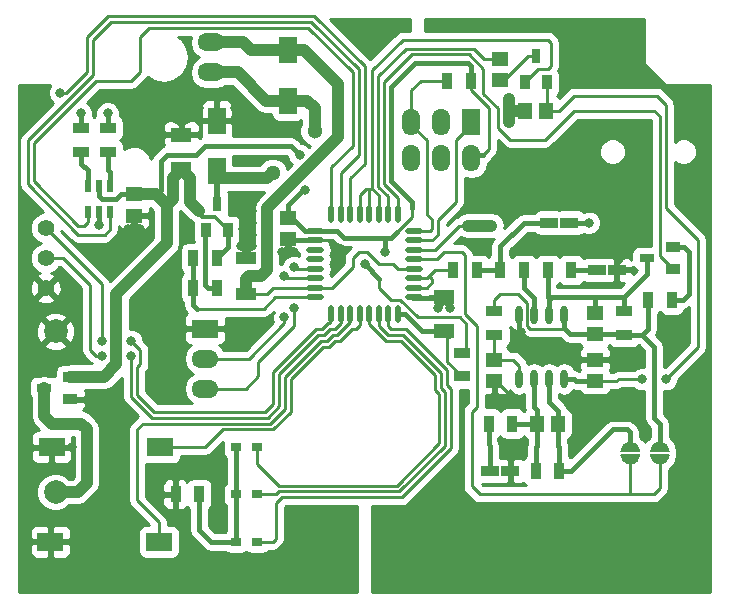
<source format=gbr>
G04 #@! TF.GenerationSoftware,KiCad,Pcbnew,(2017-08-18 revision 6be2f2934)-master*
G04 #@! TF.CreationDate,2017-08-19T20:32:53-06:00*
G04 #@! TF.ProjectId,tone,746F6E652E6B696361645F7063620000,rev?*
G04 #@! TF.SameCoordinates,Original*
G04 #@! TF.FileFunction,Copper,L1,Top,Signal*
G04 #@! TF.FilePolarity,Positive*
%FSLAX46Y46*%
G04 Gerber Fmt 4.6, Leading zero omitted, Abs format (unit mm)*
G04 Created by KiCad (PCBNEW (2017-08-18 revision 6be2f2934)-master) date Sat Aug 19 20:32:53 2017*
%MOMM*%
%LPD*%
G01*
G04 APERTURE LIST*
%ADD10C,0.150000*%
%ADD11C,0.600000*%
%ADD12C,0.100000*%
%ADD13R,0.600000X1.100000*%
%ADD14R,2.286000X1.524000*%
%ADD15O,2.286000X1.524000*%
%ADD16R,1.450000X1.150000*%
%ADD17R,1.150000X1.450000*%
%ADD18R,0.900000X1.300000*%
%ADD19R,0.800000X1.300000*%
%ADD20R,1.300000X0.900000*%
%ADD21R,1.300000X0.800000*%
%ADD22O,1.500000X0.550000*%
%ADD23O,0.550000X1.500000*%
%ADD24C,1.400000*%
%ADD25C,2.000000*%
%ADD26R,1.450000X0.950000*%
%ADD27R,0.950000X1.450000*%
%ADD28R,1.800000X1.200000*%
%ADD29R,1.524000X2.286000*%
%ADD30O,1.524000X2.286000*%
%ADD31R,0.899160X0.800100*%
%ADD32R,2.190000X1.600000*%
%ADD33R,1.500000X0.950000*%
%ADD34R,1.500000X2.300000*%
%ADD35R,1.800000X1.050000*%
%ADD36O,0.600000X1.550000*%
%ADD37C,1.300000*%
%ADD38C,0.800000*%
%ADD39C,0.400000*%
%ADD40C,1.000000*%
%ADD41C,0.500000*%
%ADD42C,0.250000*%
%ADD43C,0.300000*%
%ADD44C,0.254000*%
G04 APERTURE END LIST*
D10*
X52500000Y-36585600D02*
G75*
G03X51738000Y-37347600I0J-762000D01*
G01*
X53262000Y-37347600D02*
G75*
G03X52500000Y-36585600I-762000J0D01*
G01*
X52500000Y-38414400D02*
G75*
G03X53262000Y-37652400I0J762000D01*
G01*
X51738000Y-37652400D02*
G75*
G03X52500000Y-38414400I762000J0D01*
G01*
X53262000Y-37652400D02*
X51738000Y-37652400D01*
X53262000Y-37347600D02*
X51738000Y-37347600D01*
X51890400Y-37042800D02*
X51890400Y-36992000D01*
X53160400Y-37042800D02*
X51890400Y-37042800D01*
X53160400Y-37144400D02*
X53160400Y-37042800D01*
X51839600Y-37144400D02*
X53160400Y-37144400D01*
X51839600Y-37246000D02*
X51839600Y-37144400D01*
X53211200Y-37246000D02*
X51839600Y-37246000D01*
X52195200Y-36687200D02*
X52754000Y-36687200D01*
X52195200Y-36738000D02*
X52195200Y-36687200D01*
X52906400Y-36738000D02*
X52195200Y-36738000D01*
X52906400Y-36788800D02*
X52906400Y-36738000D01*
X52042800Y-36788800D02*
X52906400Y-36788800D01*
X52042800Y-36839600D02*
X52042800Y-36788800D01*
X53008000Y-36839600D02*
X52042800Y-36839600D01*
X53008000Y-36941200D02*
X53008000Y-36839600D01*
X51890400Y-36941200D02*
X53008000Y-36941200D01*
X51890400Y-37042800D02*
X51890400Y-36941200D01*
X52804800Y-38312800D02*
X52246000Y-38312800D01*
X52855600Y-38262000D02*
X52804800Y-38312800D01*
X52144400Y-38262000D02*
X52855600Y-38262000D01*
X52042800Y-38160400D02*
X52144400Y-38262000D01*
X53008000Y-38160400D02*
X52042800Y-38160400D01*
X53058800Y-38058800D02*
X53008000Y-38160400D01*
X51890400Y-38058800D02*
X53058800Y-38058800D01*
X51890400Y-37957200D02*
X51890400Y-38058800D01*
X53160400Y-37957200D02*
X51890400Y-37957200D01*
X53160400Y-37855600D02*
X53160400Y-37957200D01*
X51839600Y-37855600D02*
X53160400Y-37855600D01*
X51839600Y-37754000D02*
X51839600Y-37855600D01*
X53160400Y-37754000D02*
X51839600Y-37754000D01*
X55660400Y-37754000D02*
X54339600Y-37754000D01*
X54339600Y-37754000D02*
X54339600Y-37855600D01*
X54339600Y-37855600D02*
X55660400Y-37855600D01*
X55660400Y-37855600D02*
X55660400Y-37957200D01*
X55660400Y-37957200D02*
X54390400Y-37957200D01*
X54390400Y-37957200D02*
X54390400Y-38058800D01*
X54390400Y-38058800D02*
X55558800Y-38058800D01*
X55558800Y-38058800D02*
X55508000Y-38160400D01*
X55508000Y-38160400D02*
X54542800Y-38160400D01*
X54542800Y-38160400D02*
X54644400Y-38262000D01*
X54644400Y-38262000D02*
X55355600Y-38262000D01*
X55355600Y-38262000D02*
X55304800Y-38312800D01*
X55304800Y-38312800D02*
X54746000Y-38312800D01*
X54390400Y-37042800D02*
X54390400Y-36941200D01*
X54390400Y-36941200D02*
X55508000Y-36941200D01*
X55508000Y-36941200D02*
X55508000Y-36839600D01*
X55508000Y-36839600D02*
X54542800Y-36839600D01*
X54542800Y-36839600D02*
X54542800Y-36788800D01*
X54542800Y-36788800D02*
X55406400Y-36788800D01*
X55406400Y-36788800D02*
X55406400Y-36738000D01*
X55406400Y-36738000D02*
X54695200Y-36738000D01*
X54695200Y-36738000D02*
X54695200Y-36687200D01*
X54695200Y-36687200D02*
X55254000Y-36687200D01*
X55711200Y-37246000D02*
X54339600Y-37246000D01*
X54339600Y-37246000D02*
X54339600Y-37144400D01*
X54339600Y-37144400D02*
X55660400Y-37144400D01*
X55660400Y-37144400D02*
X55660400Y-37042800D01*
X55660400Y-37042800D02*
X54390400Y-37042800D01*
X54390400Y-37042800D02*
X54390400Y-36992000D01*
X55762000Y-37347600D02*
X54238000Y-37347600D01*
X55762000Y-37652400D02*
X54238000Y-37652400D01*
X54238000Y-37652400D02*
G75*
G03X55000000Y-38414400I762000J0D01*
G01*
X55000000Y-38414400D02*
G75*
G03X55762000Y-37652400I0J762000D01*
G01*
X55762000Y-37347600D02*
G75*
G03X55000000Y-36585600I-762000J0D01*
G01*
X55000000Y-36585600D02*
G75*
G03X54238000Y-37347600I0J-762000D01*
G01*
D11*
X52500000Y-37000000D03*
D12*
G36*
X53050000Y-37300000D02*
X51950000Y-37300000D01*
X52050000Y-36700000D01*
X52950000Y-36700000D01*
X53050000Y-37300000D01*
X53050000Y-37300000D01*
G37*
D11*
X52500000Y-38000000D03*
D12*
G36*
X51950000Y-37700000D02*
X53050000Y-37700000D01*
X52950000Y-38300000D01*
X52050000Y-38300000D01*
X51950000Y-37700000D01*
X51950000Y-37700000D01*
G37*
D11*
X55000000Y-38000000D03*
D12*
G36*
X54450000Y-37700000D02*
X55550000Y-37700000D01*
X55450000Y-38300000D01*
X54550000Y-38300000D01*
X54450000Y-37700000D01*
X54450000Y-37700000D01*
G37*
D11*
X55000000Y-37000000D03*
D12*
G36*
X55550000Y-37300000D02*
X54450000Y-37300000D01*
X54550000Y-36700000D01*
X55450000Y-36700000D01*
X55550000Y-37300000D01*
X55550000Y-37300000D01*
G37*
D13*
X7500000Y-14900000D03*
X6550000Y-14900000D03*
X8450000Y-14900000D03*
X7500000Y-17100000D03*
X8450000Y-17100000D03*
X6550000Y-17100000D03*
D14*
X16500000Y-26960000D03*
D15*
X16500000Y-29500000D03*
X16500000Y-32040000D03*
D16*
X41500000Y-4100000D03*
X41500000Y-5900000D03*
D17*
X43600000Y-8500000D03*
X45400000Y-8500000D03*
D18*
X43550000Y-6100000D03*
X45450000Y-6100000D03*
D19*
X44500000Y-3900000D03*
D20*
X5100000Y-32950000D03*
X5100000Y-31050000D03*
D21*
X2900000Y-32000000D03*
D22*
X34200000Y-24300000D03*
X34200000Y-23500000D03*
X34200000Y-22700000D03*
X34200000Y-21900000D03*
X34200000Y-21100000D03*
X34200000Y-20300000D03*
X34200000Y-19500000D03*
X34200000Y-18700000D03*
D23*
X32800000Y-17300000D03*
X32000000Y-17300000D03*
X31200000Y-17300000D03*
X30400000Y-17300000D03*
X29600000Y-17300000D03*
X28800000Y-17300000D03*
X28000000Y-17300000D03*
X27200000Y-17300000D03*
D22*
X25800000Y-18700000D03*
X25800000Y-19500000D03*
X25800000Y-20300000D03*
X25800000Y-21100000D03*
X25800000Y-21900000D03*
X25800000Y-22700000D03*
X25800000Y-23500000D03*
X25800000Y-24300000D03*
D23*
X27200000Y-25700000D03*
X28000000Y-25700000D03*
X28800000Y-25700000D03*
X29600000Y-25700000D03*
X30400000Y-25700000D03*
X31200000Y-25700000D03*
X32000000Y-25700000D03*
X32800000Y-25700000D03*
D24*
X3000000Y-23540000D03*
X3000000Y-21000000D03*
X3000000Y-18460000D03*
D15*
X17000000Y-5270000D03*
X17000000Y-2730000D03*
D25*
X3840000Y-27205000D03*
X3840000Y-40795000D03*
D26*
X38250000Y-31000000D03*
X38250000Y-29000000D03*
D27*
X17500000Y-23500000D03*
X15500000Y-23500000D03*
X15500000Y-21000000D03*
X17500000Y-21000000D03*
D28*
X36750000Y-27200000D03*
X36750000Y-24300000D03*
D27*
X37000000Y-6000000D03*
X39000000Y-6000000D03*
D29*
X39040000Y-9476000D03*
D30*
X36500000Y-9476000D03*
X33960000Y-9476000D03*
X39040000Y-12524000D03*
X36500000Y-12524000D03*
X33960000Y-12524000D03*
D27*
X14000000Y-41000000D03*
X16000000Y-41000000D03*
D31*
X19100840Y-41000000D03*
X20899160Y-41000000D03*
X20899160Y-37000000D03*
X19100840Y-37000000D03*
X19100840Y-45000000D03*
X20899160Y-45000000D03*
D32*
X12595000Y-45000000D03*
X3405000Y-45000000D03*
X3520001Y-37000000D03*
X12710001Y-37000000D03*
D33*
X49650000Y-22000000D03*
X51350000Y-22000000D03*
X47350000Y-18000000D03*
X45650000Y-18000000D03*
X40650000Y-39000000D03*
X42350000Y-39000000D03*
D27*
X43500000Y-22000000D03*
X41500000Y-22000000D03*
D28*
X14500000Y-13450000D03*
X14500000Y-10550000D03*
D16*
X10500000Y-15600000D03*
X10500000Y-17400000D03*
D26*
X8250000Y-12000000D03*
X8250000Y-10000000D03*
X6000000Y-10000000D03*
X6000000Y-12000000D03*
D16*
X49500000Y-31400000D03*
X49500000Y-29600000D03*
X23500000Y-17600000D03*
X23500000Y-19400000D03*
D17*
X44600000Y-35000000D03*
X46400000Y-35000000D03*
D16*
X41000000Y-31400000D03*
X41000000Y-29600000D03*
X49500000Y-25600000D03*
X49500000Y-27400000D03*
D34*
X17500000Y-9350000D03*
X17500000Y-13650000D03*
X23500000Y-3350000D03*
X23500000Y-7650000D03*
D27*
X46500000Y-39000000D03*
X44500000Y-39000000D03*
X40500000Y-35000000D03*
X42500000Y-35000000D03*
D26*
X41000000Y-27500000D03*
X41000000Y-25500000D03*
D27*
X56000000Y-24500000D03*
X54000000Y-24500000D03*
X39500000Y-22000000D03*
X37500000Y-22000000D03*
X47500000Y-22000000D03*
X45500000Y-22000000D03*
D26*
X52000000Y-27500000D03*
X52000000Y-25500000D03*
D35*
X20000000Y-21000000D03*
X20000000Y-24000000D03*
D36*
X46905000Y-25800000D03*
X45635000Y-25800000D03*
X44365000Y-25800000D03*
X43095000Y-25800000D03*
X43095000Y-31200000D03*
X44365000Y-31200000D03*
X45635000Y-31200000D03*
X46905000Y-31200000D03*
D37*
X25767767Y-10232233D03*
X22232233Y-13767767D03*
D20*
X56100000Y-21950000D03*
X56100000Y-20050000D03*
D21*
X53900000Y-21000000D03*
D18*
X16550000Y-18600000D03*
X18450000Y-18600000D03*
D19*
X17500000Y-16400000D03*
D38*
X31500000Y-1500000D03*
X35750000Y-1250000D03*
X52500000Y-1500000D03*
X45750000Y-1500000D03*
X25000000Y-44000000D03*
X7000000Y-33000000D03*
X8500000Y-21500000D03*
X11250000Y-24500000D03*
X20500000Y-27250000D03*
X28000000Y-20250000D03*
X20750000Y-12750000D03*
X22500000Y-10000000D03*
X59000000Y-7500000D03*
X45000000Y-15000000D03*
X40000000Y-20000000D03*
X56500000Y-27500000D03*
X50000000Y-35000000D03*
X56000000Y-43000000D03*
X45000000Y-43000000D03*
X35000000Y-44000000D03*
X19750000Y-18500000D03*
X42500000Y-32750000D03*
X37250000Y-25225000D03*
X36250000Y-25225000D03*
X24000000Y-20500000D03*
X23000000Y-20500000D03*
X7500000Y-18224990D03*
X5250000Y-37000000D03*
X5250000Y-45000000D03*
X12500000Y-41000000D03*
X11000000Y-18500000D03*
X10000000Y-18500000D03*
X19000000Y-8250000D03*
X19000000Y-7250000D03*
X18000000Y-7250000D03*
X17000000Y-7250000D03*
X16000000Y-7250000D03*
X16000000Y-8250000D03*
X19000000Y-9250000D03*
X16000000Y-9250000D03*
X15000000Y-7250000D03*
X14000000Y-7250000D03*
X15000000Y-8250000D03*
X14000000Y-8250000D03*
X15000000Y-9250000D03*
X14000000Y-9250000D03*
X19500000Y-17000000D03*
X20500000Y-17000000D03*
X20500000Y-18000000D03*
X20500000Y-19000000D03*
X20500000Y-20000000D03*
X19500000Y-20000000D03*
X43250000Y-37000000D03*
X52000000Y-20750000D03*
X43250000Y-27250000D03*
X48000000Y-29500000D03*
X25000000Y-15250000D03*
X31750000Y-20500000D03*
X30000000Y-21500000D03*
X4250000Y-7000000D03*
X53500000Y-31250000D03*
X55500000Y-31250000D03*
X24500000Y-12250000D03*
X6000000Y-8750000D03*
X8250000Y-8750000D03*
X49000000Y-18000000D03*
X7750000Y-28000000D03*
X10250000Y-28000000D03*
X7750000Y-29250000D03*
X10250000Y-29250000D03*
X23225000Y-22500000D03*
X23225000Y-26000000D03*
X24000000Y-21750000D03*
X24000000Y-25250000D03*
X42250000Y-7500000D03*
X42250000Y-8500000D03*
X42250000Y-9500000D03*
D39*
X16500000Y-23250000D02*
X16500000Y-18650000D01*
X16500000Y-18650000D02*
X16550000Y-18600000D01*
X16750000Y-23500000D02*
X16500000Y-23250000D01*
X17500000Y-23500000D02*
X16750000Y-23500000D01*
D40*
X18100000Y-14250000D02*
X21750000Y-14250000D01*
X21750000Y-14250000D02*
X22232233Y-13767767D01*
X17500000Y-13650000D02*
X18100000Y-14250000D01*
D41*
X17500000Y-16400000D02*
X17500000Y-13650000D01*
D39*
X52500000Y-37000000D02*
X52500000Y-35750000D01*
X52500000Y-35750000D02*
X52250000Y-35500000D01*
X51000000Y-35500000D02*
X47500000Y-39000000D01*
X52250000Y-35500000D02*
X51000000Y-35500000D01*
X47500000Y-39000000D02*
X46500000Y-39000000D01*
X46400000Y-36900000D02*
X46500000Y-37000000D01*
X46500000Y-37000000D02*
X46500000Y-39000000D01*
X46400000Y-35000000D02*
X46400000Y-36900000D01*
X46400000Y-33900000D02*
X45635000Y-33135000D01*
X45635000Y-33135000D02*
X45635000Y-31200000D01*
X46400000Y-35000000D02*
X46400000Y-33900000D01*
X57500000Y-20500000D02*
X57050000Y-20050000D01*
X57050000Y-20050000D02*
X56100000Y-20050000D01*
X57500000Y-24000000D02*
X57500000Y-20500000D01*
X57000000Y-24500000D02*
X57500000Y-24000000D01*
X56000000Y-24500000D02*
X57000000Y-24500000D01*
X52000000Y-24250000D02*
X49500000Y-24250000D01*
X49500000Y-24250000D02*
X45885000Y-24250000D01*
X49500000Y-25600000D02*
X49500000Y-24250000D01*
X45635000Y-25800000D02*
X45635000Y-24500000D01*
X45635000Y-24500000D02*
X45635000Y-24385000D01*
X45885000Y-24250000D02*
X45635000Y-24500000D01*
X53900000Y-22350000D02*
X52000000Y-24250000D01*
X52000000Y-24250000D02*
X52000000Y-25500000D01*
X53900000Y-21000000D02*
X53900000Y-22350000D01*
X45635000Y-24385000D02*
X45500000Y-24250000D01*
X45500000Y-24250000D02*
X45500000Y-22000000D01*
X47500000Y-22000000D02*
X49650000Y-22000000D01*
X40500000Y-36750000D02*
X40650000Y-36900000D01*
X40650000Y-36900000D02*
X40650000Y-39000000D01*
X40500000Y-35000000D02*
X40500000Y-36750000D01*
X41500000Y-20000000D02*
X43500000Y-18000000D01*
X43500000Y-18000000D02*
X45650000Y-18000000D01*
X41500000Y-22000000D02*
X41500000Y-20000000D01*
X39500000Y-22000000D02*
X41500000Y-22000000D01*
D40*
X21650000Y-7650000D02*
X19270000Y-5270000D01*
X19270000Y-5270000D02*
X17000000Y-5270000D01*
X23500000Y-7650000D02*
X21650000Y-7650000D01*
X25767767Y-8267767D02*
X25150000Y-7650000D01*
X25150000Y-7650000D02*
X23500000Y-7650000D01*
X25767767Y-10232233D02*
X25767767Y-8267767D01*
D39*
X54540000Y-34540000D02*
X55000000Y-35000000D01*
X55000000Y-35000000D02*
X55000000Y-37000000D01*
X54540000Y-28540000D02*
X54540000Y-34540000D01*
D42*
X43730000Y-26722000D02*
X44008000Y-27000000D01*
X44008000Y-27000000D02*
X47000000Y-27000000D01*
X43730000Y-24817000D02*
X43730000Y-26722000D01*
X42968000Y-24055000D02*
X43730000Y-24817000D01*
X41444000Y-24055000D02*
X42968000Y-24055000D01*
X41000000Y-24499000D02*
X41444000Y-24055000D01*
X41000000Y-25500000D02*
X41000000Y-24499000D01*
D39*
X46905000Y-26905000D02*
X47000000Y-27000000D01*
X47000000Y-27000000D02*
X47250000Y-27250000D01*
X54540000Y-28540000D02*
X53500000Y-27500000D01*
X47250000Y-27250000D02*
X47400000Y-27400000D01*
X53500000Y-27500000D02*
X54000000Y-27000000D01*
X54000000Y-27000000D02*
X54000000Y-24500000D01*
X52000000Y-27500000D02*
X53500000Y-27500000D01*
X49500000Y-27400000D02*
X51900000Y-27400000D01*
X51900000Y-27400000D02*
X52000000Y-27500000D01*
X47400000Y-27400000D02*
X49500000Y-27400000D01*
X46905000Y-25800000D02*
X46905000Y-26905000D01*
D42*
X25800000Y-19500000D02*
X27250000Y-19500000D01*
X27250000Y-19500000D02*
X28000000Y-20250000D01*
X34200000Y-24300000D02*
X33507120Y-24300000D01*
D39*
X19500000Y-18500000D02*
X19500000Y-18000000D01*
X19500000Y-19000000D02*
X19500000Y-18500000D01*
D42*
X19500000Y-18500000D02*
X19750000Y-18500000D01*
X41000000Y-31400000D02*
X41150000Y-31400000D01*
X41150000Y-31400000D02*
X42500000Y-32750000D01*
X34200000Y-24300000D02*
X36750000Y-24300000D01*
X36750000Y-24725000D02*
X37250000Y-25225000D01*
X36750000Y-24300000D02*
X36750000Y-24725000D01*
X36750000Y-24725000D02*
X36250000Y-25225000D01*
D39*
X23500000Y-20000000D02*
X24000000Y-20500000D01*
X23500000Y-19400000D02*
X23500000Y-20000000D01*
X23500000Y-20000000D02*
X23000000Y-20500000D01*
X25800000Y-19500000D02*
X23600000Y-19500000D01*
X23600000Y-19500000D02*
X23500000Y-19400000D01*
X7500000Y-17100000D02*
X7500000Y-18224990D01*
D42*
X3520001Y-37000000D02*
X5250000Y-37000000D01*
X3405000Y-45000000D02*
X5250000Y-45000000D01*
D39*
X14000000Y-41000000D02*
X12500000Y-41000000D01*
X10500000Y-18000000D02*
X11000000Y-18500000D01*
X10500000Y-17400000D02*
X10500000Y-18000000D01*
X10500000Y-18000000D02*
X10000000Y-18500000D01*
X19000000Y-7250000D02*
X19000000Y-8250000D01*
X18000000Y-7250000D02*
X19000000Y-7250000D01*
X17000000Y-7250000D02*
X18000000Y-7250000D01*
X16000000Y-7250000D02*
X17000000Y-7250000D01*
X16000000Y-8250000D02*
X16000000Y-7250000D01*
X16000000Y-9250000D02*
X16000000Y-8250000D01*
X17500000Y-9350000D02*
X18900000Y-9350000D01*
X18900000Y-9350000D02*
X19000000Y-9250000D01*
X17500000Y-9350000D02*
X16100000Y-9350000D01*
X16100000Y-9350000D02*
X16000000Y-9250000D01*
X15000000Y-8250000D02*
X15000000Y-7250000D01*
X14000000Y-8250000D02*
X14000000Y-7250000D01*
X15000000Y-9250000D02*
X15000000Y-8250000D01*
X14000000Y-9250000D02*
X14000000Y-8250000D01*
X14500000Y-9750000D02*
X15000000Y-9250000D01*
X14500000Y-10550000D02*
X14500000Y-9750000D01*
X14500000Y-9750000D02*
X14000000Y-9250000D01*
X19500000Y-18000000D02*
X19500000Y-17000000D01*
X20500000Y-18000000D02*
X20500000Y-17000000D01*
X20500000Y-19000000D02*
X20500000Y-18000000D01*
X20500000Y-20000000D02*
X20500000Y-19000000D01*
X20000000Y-20500000D02*
X20500000Y-20000000D01*
X19500000Y-20000000D02*
X19500000Y-19000000D01*
X20000000Y-21000000D02*
X20000000Y-20500000D01*
X20000000Y-20500000D02*
X19500000Y-20000000D01*
X42350000Y-39000000D02*
X42350000Y-37900000D01*
X42350000Y-37900000D02*
X43250000Y-37000000D01*
X51350000Y-22000000D02*
X51350000Y-21400000D01*
X51350000Y-21400000D02*
X52000000Y-20750000D01*
X43095000Y-25800000D02*
X43095000Y-27095000D01*
X43095000Y-27095000D02*
X43250000Y-27250000D01*
X49500000Y-29600000D02*
X48100000Y-29600000D01*
X48100000Y-29600000D02*
X48000000Y-29500000D01*
D42*
X42600000Y-29600000D02*
X43095000Y-30095000D01*
X43095000Y-30095000D02*
X43095000Y-31200000D01*
X41000000Y-29600000D02*
X42600000Y-29600000D01*
X41000000Y-27500000D02*
X41000000Y-29600000D01*
D39*
X44500000Y-39000000D02*
X44500000Y-37000000D01*
X44600000Y-35000000D02*
X44600000Y-36900000D01*
X44600000Y-36900000D02*
X44500000Y-37000000D01*
X42500000Y-35000000D02*
X44600000Y-35000000D01*
X44365000Y-33615000D02*
X44600000Y-33850000D01*
X44600000Y-33850000D02*
X44600000Y-35000000D01*
X44365000Y-31200000D02*
X44365000Y-33615000D01*
X40000000Y-12270000D02*
X39040000Y-12270000D01*
D42*
X40500000Y-8250000D02*
X40500000Y-11770000D01*
X40500000Y-11770000D02*
X40000000Y-12270000D01*
X39000000Y-6750000D02*
X40500000Y-8250000D01*
X39000000Y-6000000D02*
X39000000Y-6750000D01*
D39*
X23500000Y-16500000D02*
X24750000Y-15250000D01*
X24750000Y-15250000D02*
X25000000Y-15250000D01*
X23500000Y-17600000D02*
X23500000Y-16500000D01*
D40*
X7950000Y-31050000D02*
X9000000Y-30000000D01*
X9000000Y-30000000D02*
X9000000Y-24000000D01*
X5100000Y-31050000D02*
X7950000Y-31050000D01*
D42*
X33000000Y-24500000D02*
X34500000Y-26000000D01*
X33000000Y-24500000D02*
X32250000Y-24500000D01*
X32250000Y-24500000D02*
X32000000Y-24250000D01*
D39*
X31250000Y-22750000D02*
X30000000Y-21500000D01*
D42*
X31250000Y-23500000D02*
X31250000Y-22750000D01*
X32000000Y-24250000D02*
X31250000Y-23500000D01*
D43*
X17350000Y-17500000D02*
X18450000Y-18600000D01*
X16000000Y-17000000D02*
X16000000Y-17250000D01*
X16000000Y-17250000D02*
X16250000Y-17500000D01*
X16250000Y-17500000D02*
X17350000Y-17500000D01*
D39*
X28250000Y-19250000D02*
X31750000Y-19250000D01*
X31750000Y-20500000D02*
X31750000Y-19250000D01*
X31750000Y-19250000D02*
X32250000Y-19250000D01*
D42*
X32750000Y-18750000D02*
X32750000Y-18744252D01*
X32750000Y-18744252D02*
X33988504Y-17505748D01*
X33988504Y-17505748D02*
X34000000Y-17505748D01*
D39*
X32250000Y-19250000D02*
X32750000Y-18750000D01*
X27700000Y-18700000D02*
X28250000Y-19250000D01*
X25800000Y-18700000D02*
X27700000Y-18700000D01*
D42*
X38574990Y-26532110D02*
X38574990Y-28675010D01*
X38574990Y-28675010D02*
X38250000Y-29000000D01*
X34500000Y-26000000D02*
X38042880Y-26000000D01*
X38042880Y-26000000D02*
X38574990Y-26532110D01*
D39*
X39000000Y-6000000D02*
X39000000Y-4750000D01*
X39000000Y-4750000D02*
X38750000Y-4500000D01*
X38750000Y-4500000D02*
X34250000Y-4500000D01*
X34250000Y-4500000D02*
X32250000Y-6500000D01*
X32250000Y-6500000D02*
X32250000Y-14500000D01*
X32250000Y-14500000D02*
X34000000Y-16250000D01*
X34000000Y-16250000D02*
X34000000Y-16750000D01*
X24950000Y-18700000D02*
X23850000Y-17600000D01*
X23850000Y-17600000D02*
X23500000Y-17600000D01*
X25800000Y-18700000D02*
X24950000Y-18700000D01*
D42*
X34000000Y-16750000D02*
X34000000Y-17505748D01*
X29500000Y-12250000D02*
X28000000Y-13750000D01*
X28000000Y-13750000D02*
X28000000Y-17300000D01*
X29500000Y-5000000D02*
X29500000Y-12250000D01*
X1500000Y-11000000D02*
X1500000Y-14750000D01*
X5750000Y-19000000D02*
X8000000Y-19000000D01*
X8450000Y-18550000D02*
X8450000Y-17100000D01*
X29500000Y-5000000D02*
X25500000Y-1000000D01*
X25500000Y-1000000D02*
X8500000Y-1000000D01*
X7000000Y-2500000D02*
X7000000Y-5500000D01*
X8500000Y-1000000D02*
X7000000Y-2500000D01*
X7000000Y-5500000D02*
X1500000Y-11000000D01*
X1500000Y-14750000D02*
X5750000Y-19000000D01*
X8000000Y-19000000D02*
X8450000Y-18550000D01*
X6550000Y-17100000D02*
X6550000Y-17950000D01*
X25250000Y-1500000D02*
X29000000Y-5250000D01*
X29000000Y-5250000D02*
X29000000Y-11500000D01*
X6550000Y-17950000D02*
X6250000Y-18250000D01*
X7250000Y-6000000D02*
X10250000Y-6000000D01*
X6250000Y-18250000D02*
X5750000Y-18250000D01*
X5750000Y-18250000D02*
X2000000Y-14500000D01*
X2000000Y-14500000D02*
X2000000Y-11250000D01*
X2000000Y-11250000D02*
X7250000Y-6000000D01*
X10250000Y-6000000D02*
X11000000Y-5250000D01*
X11000000Y-5250000D02*
X11000000Y-2250000D01*
X11000000Y-2250000D02*
X11750000Y-1500000D01*
X11750000Y-1500000D02*
X25250000Y-1500000D01*
X27200000Y-13300000D02*
X27200000Y-17300000D01*
X29000000Y-11500000D02*
X27200000Y-13300000D01*
X40063186Y-7063186D02*
X41325010Y-8325010D01*
X41325010Y-8325010D02*
X41325010Y-10000000D01*
X38813186Y-3750000D02*
X40063186Y-5000000D01*
X40063186Y-5000000D02*
X40063186Y-7063186D01*
X32800000Y-17300000D02*
X32800000Y-15863186D01*
X31674990Y-14738176D02*
X31674990Y-6075010D01*
X31674990Y-6075010D02*
X34000000Y-3750000D01*
X42325010Y-11000000D02*
X45250000Y-11000000D01*
X32800000Y-15863186D02*
X31674990Y-14738176D01*
X34000000Y-3750000D02*
X38813186Y-3750000D01*
X45250000Y-11000000D02*
X47750000Y-8500000D01*
X41325010Y-10000000D02*
X42325010Y-11000000D01*
X47750000Y-8500000D02*
X54500000Y-8500000D01*
X54500000Y-8500000D02*
X55000000Y-9000000D01*
X55000000Y-9000000D02*
X55000000Y-20850000D01*
X55000000Y-20850000D02*
X56100000Y-21950000D01*
X28914240Y-27000000D02*
X27914240Y-28000000D01*
X29250000Y-27000000D02*
X28914240Y-27000000D01*
X29600000Y-26650000D02*
X29250000Y-27000000D01*
X27914240Y-28000000D02*
X27500000Y-28000000D01*
X26500000Y-28500000D02*
X23750000Y-31250000D01*
X27500000Y-28000000D02*
X27000000Y-28500000D01*
X27000000Y-28500000D02*
X26500000Y-28500000D01*
X27707120Y-27500000D02*
X28800000Y-26407120D01*
X27292870Y-27500010D02*
X27707120Y-27500000D01*
X26292890Y-27999990D02*
X26792890Y-27999990D01*
X23249990Y-33750010D02*
X23249990Y-31042890D01*
X23249990Y-31042890D02*
X26292890Y-27999990D01*
X22000000Y-35000000D02*
X23249990Y-33750010D01*
X26792890Y-27999990D02*
X27292870Y-27500010D01*
X11250000Y-35000000D02*
X22000000Y-35000000D01*
X10750000Y-41500000D02*
X10750000Y-35500000D01*
X12595000Y-43345000D02*
X10750000Y-41500000D01*
X12595000Y-45000000D02*
X12595000Y-43345000D01*
X10750000Y-35500000D02*
X11250000Y-35000000D01*
X28800000Y-26407120D02*
X28800000Y-25700000D01*
X39750000Y-41000000D02*
X52500000Y-41000000D01*
X52500000Y-41000000D02*
X54500000Y-41000000D01*
X52500000Y-38000000D02*
X52500000Y-41000000D01*
X34200000Y-21100000D02*
X36150000Y-21100000D01*
X36150000Y-21100000D02*
X36750000Y-20500000D01*
X36750000Y-20500000D02*
X38250000Y-20500000D01*
X38250000Y-20500000D02*
X38500000Y-20750000D01*
X38500000Y-20750000D02*
X38500000Y-25750000D01*
X38500000Y-25750000D02*
X39500000Y-26750000D01*
X39500000Y-26750000D02*
X39500000Y-33575000D01*
X39075000Y-40325000D02*
X39750000Y-41000000D01*
X39500000Y-33575000D02*
X39075000Y-34000000D01*
X55000000Y-40500000D02*
X55000000Y-38000000D01*
X39075000Y-34000000D02*
X39075000Y-40325000D01*
X54500000Y-41000000D02*
X55000000Y-40500000D01*
X34200000Y-21900000D02*
X32797002Y-21900000D01*
X32797002Y-21900000D02*
X32397002Y-21500000D01*
X32397002Y-21500000D02*
X31250000Y-21500000D01*
X30250000Y-20500000D02*
X29500000Y-20500000D01*
X31250000Y-21500000D02*
X30250000Y-20500000D01*
X29500000Y-20500000D02*
X29000000Y-21000000D01*
X29000000Y-21000000D02*
X29000000Y-21750000D01*
X27250000Y-23500000D02*
X25800000Y-23500000D01*
X29000000Y-21750000D02*
X27250000Y-23500000D01*
X55500000Y-16750000D02*
X55500000Y-8000000D01*
X47750000Y-7250000D02*
X54750000Y-7250000D01*
X54750000Y-7250000D02*
X55500000Y-8000000D01*
X46500000Y-8500000D02*
X47750000Y-7250000D01*
X45400000Y-8500000D02*
X46500000Y-8500000D01*
X45450000Y-6100000D02*
X45450000Y-8450000D01*
X45450000Y-8450000D02*
X45400000Y-8500000D01*
X22450000Y-24300000D02*
X21450000Y-25300000D01*
X21450000Y-25300000D02*
X15800000Y-25300000D01*
X25800000Y-24300000D02*
X22450000Y-24300000D01*
D40*
X24850000Y-3350000D02*
X27750000Y-6250000D01*
X27750000Y-6250000D02*
X27750000Y-10750000D01*
X23500000Y-3350000D02*
X24850000Y-3350000D01*
X19730000Y-2730000D02*
X20350000Y-3350000D01*
X20350000Y-3350000D02*
X23500000Y-3350000D01*
X17000000Y-2730000D02*
X19730000Y-2730000D01*
D42*
X21750000Y-24000000D02*
X22250000Y-23500000D01*
X22250000Y-23500000D02*
X25800000Y-23500000D01*
X20000000Y-24000000D02*
X21750000Y-24000000D01*
X35300000Y-22700000D02*
X35500000Y-22500000D01*
X35500000Y-22500000D02*
X36000000Y-22000000D01*
X35750000Y-23000000D02*
X35750000Y-22750000D01*
X35750000Y-22750000D02*
X35500000Y-22500000D01*
X35250000Y-23500000D02*
X35750000Y-23000000D01*
X34200000Y-23500000D02*
X35250000Y-23500000D01*
X36000000Y-22000000D02*
X37500000Y-22000000D01*
X34200000Y-22700000D02*
X35300000Y-22700000D01*
X30000000Y-13000000D02*
X28800000Y-14200000D01*
X28800000Y-14200000D02*
X28800000Y-17300000D01*
X30000000Y-4750000D02*
X30000000Y-13000000D01*
X4250000Y-7000000D02*
X4750000Y-7000000D01*
X4750000Y-7000000D02*
X6500000Y-5250000D01*
X6500000Y-5250000D02*
X6500000Y-2250000D01*
X6500000Y-2250000D02*
X8250010Y-499990D01*
X8250010Y-499990D02*
X25750000Y-500000D01*
X25750000Y-500000D02*
X30000000Y-4750000D01*
X55500000Y-31250000D02*
X58250000Y-28500000D01*
X58250000Y-28500000D02*
X58250000Y-19500000D01*
X58250000Y-19500000D02*
X55500000Y-16750000D01*
X51500000Y-31250000D02*
X51350000Y-31400000D01*
X51350000Y-31400000D02*
X49500000Y-31400000D01*
X53500000Y-31250000D02*
X51500000Y-31250000D01*
X34200000Y-19500000D02*
X35750000Y-19500000D01*
X35750000Y-19500000D02*
X36250000Y-19000000D01*
X36250000Y-19000000D02*
X36250000Y-17750000D01*
X36250000Y-17750000D02*
X37750000Y-16250000D01*
X37750000Y-16250000D02*
X37750000Y-11020000D01*
X37750000Y-11020000D02*
X39040000Y-9730000D01*
X33960000Y-6790000D02*
X34750000Y-6000000D01*
X34750000Y-6000000D02*
X37000000Y-6000000D01*
X33960000Y-9730000D02*
X33960000Y-6790000D01*
X35750000Y-18500000D02*
X35550000Y-18700000D01*
X35550000Y-18700000D02*
X34200000Y-18700000D01*
X35750000Y-17750000D02*
X35750000Y-18500000D01*
X35250000Y-17250000D02*
X35750000Y-17750000D01*
X35250000Y-11020000D02*
X35250000Y-17250000D01*
X33960000Y-9730000D02*
X35250000Y-11020000D01*
X37000000Y-29750000D02*
X37000000Y-27450000D01*
X37000000Y-27450000D02*
X36750000Y-27200000D01*
X38250000Y-31000000D02*
X37000000Y-29750000D01*
X36500000Y-27450000D02*
X36750000Y-27200000D01*
D39*
X32800000Y-25700000D02*
X33386814Y-25700000D01*
X33386814Y-25700000D02*
X34886814Y-27200000D01*
X34886814Y-27200000D02*
X36750000Y-27200000D01*
D42*
X37250000Y-27700000D02*
X36750000Y-27200000D01*
D39*
X32800000Y-25700000D02*
X32886814Y-25700000D01*
X9000000Y-16000000D02*
X9400000Y-15600000D01*
X9400000Y-15600000D02*
X10500000Y-15600000D01*
X7750000Y-16000000D02*
X9000000Y-16000000D01*
X7500000Y-15750000D02*
X7750000Y-16000000D01*
X7500000Y-14900000D02*
X7500000Y-15750000D01*
X24500000Y-12250000D02*
X23750000Y-11500000D01*
X16500000Y-11500000D02*
X15750000Y-12250000D01*
X13250000Y-12250000D02*
X12750000Y-12750000D01*
X12750000Y-12750000D02*
X12750000Y-15200000D01*
X23750000Y-11500000D02*
X16500000Y-11500000D01*
X15750000Y-12250000D02*
X13250000Y-12250000D01*
X12750000Y-15200000D02*
X12350000Y-15600000D01*
X18450000Y-18600000D02*
X18450000Y-20050000D01*
X18450000Y-20050000D02*
X17500000Y-21000000D01*
D40*
X15250000Y-16250000D02*
X16000000Y-17000000D01*
X15250000Y-14200000D02*
X15250000Y-16250000D01*
X14500000Y-13450000D02*
X15250000Y-14200000D01*
X13250000Y-16500000D02*
X13750000Y-16000000D01*
X13750000Y-14200000D02*
X13750000Y-16000000D01*
X14500000Y-13450000D02*
X13750000Y-14200000D01*
X13250000Y-16500000D02*
X12350000Y-15600000D01*
X12350000Y-15600000D02*
X10500000Y-15600000D01*
X13250000Y-19750000D02*
X13250000Y-16500000D01*
X9000000Y-24000000D02*
X13250000Y-19750000D01*
D39*
X15500000Y-23500000D02*
X15500000Y-21000000D01*
X15800000Y-25300000D02*
X15500000Y-25000000D01*
X15500000Y-25000000D02*
X15500000Y-23500000D01*
D40*
X20250000Y-22500000D02*
X20000000Y-22750000D01*
X20000000Y-22750000D02*
X20000000Y-24000000D01*
X21250000Y-22500000D02*
X20250000Y-22500000D01*
X21750000Y-22000000D02*
X21250000Y-22500000D01*
X21750000Y-16750000D02*
X21750000Y-22000000D01*
X27750000Y-10750000D02*
X21750000Y-16750000D01*
D39*
X8450000Y-13700000D02*
X8250000Y-13500000D01*
X8250000Y-13500000D02*
X8250000Y-12000000D01*
X8450000Y-14900000D02*
X8450000Y-13700000D01*
X6550000Y-13550000D02*
X6000000Y-13000000D01*
X6000000Y-13000000D02*
X6000000Y-12000000D01*
X6550000Y-14900000D02*
X6550000Y-13550000D01*
X6000000Y-10000000D02*
X6000000Y-8750000D01*
X8250000Y-10000000D02*
X8250000Y-8750000D01*
X43500000Y-23500000D02*
X44365000Y-24365000D01*
X44365000Y-24365000D02*
X44365000Y-25800000D01*
X43500000Y-22000000D02*
X43500000Y-23500000D01*
X47700000Y-31200000D02*
X47900000Y-31400000D01*
X47900000Y-31400000D02*
X49500000Y-31400000D01*
X46905000Y-31200000D02*
X47700000Y-31200000D01*
X47350000Y-18000000D02*
X49000000Y-18000000D01*
X16000000Y-44000000D02*
X17000000Y-45000000D01*
X17000000Y-45000000D02*
X19100840Y-45000000D01*
X16000000Y-41000000D02*
X16000000Y-44000000D01*
X19100840Y-41000000D02*
X19100840Y-45000000D01*
X19100840Y-37000000D02*
X19100840Y-41000000D01*
D42*
X10250000Y-28000000D02*
X11025001Y-28775001D01*
X11025001Y-28775001D02*
X11025001Y-29974999D01*
X11025001Y-29974999D02*
X10750000Y-30250000D01*
X26878650Y-26499990D02*
X27000010Y-26499990D01*
X10750000Y-30250000D02*
X10750000Y-32542880D01*
X27000010Y-26499990D02*
X27200000Y-26300000D01*
X10750000Y-32542880D02*
X12207100Y-33999980D01*
X12207100Y-33999980D02*
X21585780Y-33999980D01*
X22249970Y-30628670D02*
X25878668Y-26999972D01*
X27200000Y-26300000D02*
X27200000Y-25700000D01*
X21585780Y-33999980D02*
X22249970Y-33335790D01*
X22249970Y-33335790D02*
X22249970Y-30628670D01*
X25878668Y-26999972D02*
X26378668Y-26999972D01*
X26378668Y-26999972D02*
X26878650Y-26499990D01*
X7750000Y-28000000D02*
X7750000Y-23500000D01*
X3000000Y-18460000D02*
X7750000Y-23210000D01*
X7750000Y-23210000D02*
X7750000Y-23500000D01*
X10250000Y-29250000D02*
X10250000Y-32750000D01*
X11999990Y-34499990D02*
X21792890Y-34499990D01*
X22749980Y-30835780D02*
X26085780Y-27499980D01*
X26585780Y-27499980D02*
X27085760Y-27000000D01*
X10250000Y-32750000D02*
X11999990Y-34499990D01*
X21792890Y-34499990D02*
X22749980Y-33542900D01*
X22749980Y-33542900D02*
X22749980Y-30835780D01*
X26085780Y-27499980D02*
X26585780Y-27499980D01*
X27085760Y-27000000D02*
X27500000Y-27000000D01*
X27500000Y-27000000D02*
X28000000Y-26500000D01*
X28000000Y-26500000D02*
X28000000Y-25700000D01*
X6750000Y-23250000D02*
X4500000Y-21000000D01*
X4500000Y-21000000D02*
X3000000Y-21000000D01*
X6750000Y-28750000D02*
X6750000Y-23250000D01*
X7250000Y-29250000D02*
X6750000Y-28750000D01*
X7750000Y-29250000D02*
X7250000Y-29250000D01*
X29600000Y-25700000D02*
X29600000Y-26650000D01*
X23750000Y-31250000D02*
X23750000Y-34000000D01*
X18000000Y-35500000D02*
X16500000Y-37000000D01*
X23750000Y-34000000D02*
X22250000Y-35500000D01*
X22250000Y-35500000D02*
X18000000Y-35500000D01*
X16500000Y-37000000D02*
X12710001Y-37000000D01*
X32000000Y-25700000D02*
X32000000Y-26750000D01*
X32000000Y-26750000D02*
X32250000Y-27000000D01*
X32250000Y-27000000D02*
X33500000Y-27000000D01*
X33500000Y-27000000D02*
X37000000Y-30500000D01*
X37000000Y-30500000D02*
X37000000Y-31750000D01*
X22250000Y-45000000D02*
X20899160Y-45000000D01*
X37000000Y-31750000D02*
X37335780Y-32085780D01*
X37335780Y-32085780D02*
X37335780Y-37078460D01*
X37335780Y-37078460D02*
X33164220Y-41250020D01*
X33164220Y-41250020D02*
X22999980Y-41250020D01*
X22999980Y-41250020D02*
X22500000Y-41750000D01*
X22500000Y-41750000D02*
X22500000Y-44750000D01*
X22500000Y-44750000D02*
X22250000Y-45000000D01*
X31200000Y-25700000D02*
X31200000Y-26700008D01*
X31200000Y-26700008D02*
X32000000Y-27500008D01*
X32000000Y-27500008D02*
X33292888Y-27500008D01*
X36500000Y-31957120D02*
X36835770Y-32292890D01*
X33292888Y-27500008D02*
X36500000Y-30707120D01*
X36500000Y-30707120D02*
X36500000Y-31957120D01*
X36835770Y-32292890D02*
X36835770Y-36871350D01*
X22749990Y-40750010D02*
X22500000Y-41000000D01*
X36835770Y-36871350D02*
X32957110Y-40750010D01*
X32957110Y-40750010D02*
X22749990Y-40750010D01*
X22500000Y-41000000D02*
X20899160Y-41000000D01*
X30400000Y-25700000D02*
X30400000Y-26607128D01*
X30400000Y-26607128D02*
X31792890Y-28000018D01*
X31792890Y-28000018D02*
X33085778Y-28000018D01*
X32750000Y-40250000D02*
X22750000Y-40250000D01*
X33085778Y-28000018D02*
X35999990Y-30914230D01*
X35999990Y-30914230D02*
X35999990Y-32164230D01*
X35999990Y-32164230D02*
X36335760Y-32500000D01*
X36335760Y-32500000D02*
X36335760Y-36664240D01*
X36335760Y-36664240D02*
X32750000Y-40250000D01*
X22750000Y-40250000D02*
X20899160Y-38399160D01*
X20899160Y-38399160D02*
X20899160Y-37000000D01*
X25800000Y-22700000D02*
X23425000Y-22700000D01*
X23425000Y-22700000D02*
X23225000Y-22500000D01*
X20250000Y-29500000D02*
X23225000Y-26525000D01*
X23225000Y-26525000D02*
X23225000Y-26000000D01*
X16500000Y-29500000D02*
X20250000Y-29500000D01*
X25800000Y-21900000D02*
X24150000Y-21900000D01*
X24150000Y-21900000D02*
X24000000Y-21750000D01*
X21000000Y-29750000D02*
X24000000Y-26750000D01*
X24000000Y-26750000D02*
X24000000Y-25250000D01*
X21000000Y-31000000D02*
X21000000Y-29750000D01*
X19960000Y-32040000D02*
X21000000Y-31000000D01*
X16500000Y-32040000D02*
X19960000Y-32040000D01*
D40*
X3500000Y-35000000D02*
X2900000Y-34400000D01*
X2900000Y-34400000D02*
X2900000Y-32000000D01*
X6000000Y-35000000D02*
X3500000Y-35000000D01*
X6500000Y-35500000D02*
X6000000Y-35000000D01*
X6500000Y-40000000D02*
X6500000Y-35500000D01*
X5705000Y-40795000D02*
X6500000Y-40000000D01*
X3840000Y-40795000D02*
X5705000Y-40795000D01*
X38750000Y-18250000D02*
X40750000Y-18250000D01*
D42*
X38000000Y-18250000D02*
X38750000Y-18250000D01*
X35950000Y-20300000D02*
X38000000Y-18250000D01*
X34200000Y-20300000D02*
X35950000Y-20300000D01*
X30097604Y-15152396D02*
X30500000Y-15152396D01*
X30500000Y-15152396D02*
X30674970Y-15152396D01*
X30400000Y-17300000D02*
X30400000Y-15252396D01*
X30400000Y-15252396D02*
X30500000Y-15152396D01*
X29600000Y-15650000D02*
X30097604Y-15152396D01*
X29600000Y-17300000D02*
X29600000Y-15650000D01*
X43550000Y-6100000D02*
X44650000Y-5000000D01*
X45500000Y-2500000D02*
X33250000Y-2500000D01*
X44650000Y-5000000D02*
X45500000Y-5000000D01*
X45750000Y-4750000D02*
X45750000Y-2750000D01*
X45500000Y-5000000D02*
X45750000Y-4750000D01*
X45750000Y-2750000D02*
X45500000Y-2500000D01*
X33250000Y-2500000D02*
X30674970Y-5075030D01*
X30674970Y-5075030D02*
X30674970Y-15152396D01*
X30674970Y-15152396D02*
X31200000Y-15677426D01*
X31200000Y-15677426D02*
X31200000Y-17300000D01*
X41850000Y-5900000D02*
X43850000Y-3900000D01*
X43850000Y-3900000D02*
X44500000Y-3900000D01*
X41500000Y-5900000D02*
X41850000Y-5900000D01*
X32000000Y-17300000D02*
X32000000Y-15770306D01*
X32000000Y-15770306D02*
X31174980Y-14945286D01*
X31174980Y-14945286D02*
X31174980Y-5575020D01*
X33500000Y-3250000D02*
X39250000Y-3250000D01*
X31174980Y-5575020D02*
X33500000Y-3250000D01*
X39250000Y-3250000D02*
X40100000Y-4100000D01*
X40100000Y-4100000D02*
X41500000Y-4100000D01*
D40*
X43600000Y-8500000D02*
X42250000Y-8500000D01*
X42250000Y-7500000D02*
X42250000Y-9500000D01*
D44*
G36*
X53623000Y-4500000D02*
X53632667Y-4548601D01*
X53660197Y-4589803D01*
X55410197Y-6339803D01*
X55451399Y-6367333D01*
X55500000Y-6377000D01*
X59265000Y-6377000D01*
X59265000Y-49265000D01*
X30627000Y-49265000D01*
X30627000Y-42010020D01*
X33164220Y-42010020D01*
X33455059Y-41952168D01*
X33701621Y-41787421D01*
X37873181Y-37615861D01*
X38037928Y-37369299D01*
X38095780Y-37078460D01*
X38095780Y-32122440D01*
X38740000Y-32122440D01*
X38740000Y-33260198D01*
X38537599Y-33462599D01*
X38372852Y-33709161D01*
X38315000Y-34000000D01*
X38315000Y-40325000D01*
X38372852Y-40615839D01*
X38537599Y-40862401D01*
X39212599Y-41537401D01*
X39459161Y-41702148D01*
X39750000Y-41760000D01*
X54500000Y-41760000D01*
X54790839Y-41702148D01*
X55037401Y-41537401D01*
X55537401Y-41037401D01*
X55702148Y-40790839D01*
X55760000Y-40500000D01*
X55760000Y-38897334D01*
X55933271Y-38781558D01*
X56024829Y-38689999D01*
X56129158Y-38585671D01*
X56294339Y-38338461D01*
X56400353Y-38082520D01*
X56400353Y-38082519D01*
X56458357Y-37790914D01*
X56458357Y-37720987D01*
X56472000Y-37652400D01*
X56458357Y-37583813D01*
X56458357Y-37513886D01*
X56452605Y-37500000D01*
X56458357Y-37486114D01*
X56458357Y-37416187D01*
X56472000Y-37347600D01*
X56458357Y-37279013D01*
X56458357Y-37209086D01*
X56400353Y-36917481D01*
X56400353Y-36917480D01*
X56294339Y-36661539D01*
X56129158Y-36414329D01*
X55986267Y-36271439D01*
X55933271Y-36218442D01*
X55835000Y-36152779D01*
X55835000Y-35000000D01*
X55771439Y-34680459D01*
X55590434Y-34409566D01*
X55375000Y-34194132D01*
X55375000Y-32284891D01*
X55704971Y-32285179D01*
X56085515Y-32127942D01*
X56376919Y-31837046D01*
X56534820Y-31456777D01*
X56534966Y-31289836D01*
X58787401Y-29037401D01*
X58952148Y-28790840D01*
X59010000Y-28500000D01*
X59010000Y-19500000D01*
X58990536Y-19402148D01*
X58952148Y-19209160D01*
X58787401Y-18962599D01*
X56260000Y-16435198D01*
X56260000Y-12865242D01*
X56356235Y-12961645D01*
X56773244Y-13134803D01*
X57224775Y-13135197D01*
X57642086Y-12962767D01*
X57961645Y-12643765D01*
X58134803Y-12226756D01*
X58135197Y-11775225D01*
X57962767Y-11357914D01*
X57643765Y-11038355D01*
X57226756Y-10865197D01*
X56775225Y-10864803D01*
X56357914Y-11037233D01*
X56260000Y-11134976D01*
X56260000Y-8000000D01*
X56235721Y-7877942D01*
X56202148Y-7709160D01*
X56037401Y-7462599D01*
X55287401Y-6712599D01*
X55040839Y-6547852D01*
X54750000Y-6490000D01*
X47750000Y-6490000D01*
X47459161Y-6547852D01*
X47212599Y-6712599D01*
X46502984Y-7422214D01*
X46432809Y-7317191D01*
X46313459Y-7237443D01*
X46357809Y-7207809D01*
X46498157Y-6997765D01*
X46547440Y-6750000D01*
X46547440Y-5450000D01*
X46498157Y-5202235D01*
X46421232Y-5087109D01*
X46452148Y-5040840D01*
X46510000Y-4750000D01*
X46510000Y-2750000D01*
X46469881Y-2548308D01*
X46452148Y-2459160D01*
X46287401Y-2212599D01*
X46037401Y-1962599D01*
X45790839Y-1797852D01*
X45500000Y-1740000D01*
X35127000Y-1740000D01*
X35127000Y-735000D01*
X53623000Y-735000D01*
X53623000Y-4500000D01*
X53623000Y-4500000D01*
G37*
X53623000Y-4500000D02*
X53632667Y-4548601D01*
X53660197Y-4589803D01*
X55410197Y-6339803D01*
X55451399Y-6367333D01*
X55500000Y-6377000D01*
X59265000Y-6377000D01*
X59265000Y-49265000D01*
X30627000Y-49265000D01*
X30627000Y-42010020D01*
X33164220Y-42010020D01*
X33455059Y-41952168D01*
X33701621Y-41787421D01*
X37873181Y-37615861D01*
X38037928Y-37369299D01*
X38095780Y-37078460D01*
X38095780Y-32122440D01*
X38740000Y-32122440D01*
X38740000Y-33260198D01*
X38537599Y-33462599D01*
X38372852Y-33709161D01*
X38315000Y-34000000D01*
X38315000Y-40325000D01*
X38372852Y-40615839D01*
X38537599Y-40862401D01*
X39212599Y-41537401D01*
X39459161Y-41702148D01*
X39750000Y-41760000D01*
X54500000Y-41760000D01*
X54790839Y-41702148D01*
X55037401Y-41537401D01*
X55537401Y-41037401D01*
X55702148Y-40790839D01*
X55760000Y-40500000D01*
X55760000Y-38897334D01*
X55933271Y-38781558D01*
X56024829Y-38689999D01*
X56129158Y-38585671D01*
X56294339Y-38338461D01*
X56400353Y-38082520D01*
X56400353Y-38082519D01*
X56458357Y-37790914D01*
X56458357Y-37720987D01*
X56472000Y-37652400D01*
X56458357Y-37583813D01*
X56458357Y-37513886D01*
X56452605Y-37500000D01*
X56458357Y-37486114D01*
X56458357Y-37416187D01*
X56472000Y-37347600D01*
X56458357Y-37279013D01*
X56458357Y-37209086D01*
X56400353Y-36917481D01*
X56400353Y-36917480D01*
X56294339Y-36661539D01*
X56129158Y-36414329D01*
X55986267Y-36271439D01*
X55933271Y-36218442D01*
X55835000Y-36152779D01*
X55835000Y-35000000D01*
X55771439Y-34680459D01*
X55590434Y-34409566D01*
X55375000Y-34194132D01*
X55375000Y-32284891D01*
X55704971Y-32285179D01*
X56085515Y-32127942D01*
X56376919Y-31837046D01*
X56534820Y-31456777D01*
X56534966Y-31289836D01*
X58787401Y-29037401D01*
X58952148Y-28790840D01*
X59010000Y-28500000D01*
X59010000Y-19500000D01*
X58990536Y-19402148D01*
X58952148Y-19209160D01*
X58787401Y-18962599D01*
X56260000Y-16435198D01*
X56260000Y-12865242D01*
X56356235Y-12961645D01*
X56773244Y-13134803D01*
X57224775Y-13135197D01*
X57642086Y-12962767D01*
X57961645Y-12643765D01*
X58134803Y-12226756D01*
X58135197Y-11775225D01*
X57962767Y-11357914D01*
X57643765Y-11038355D01*
X57226756Y-10865197D01*
X56775225Y-10864803D01*
X56357914Y-11037233D01*
X56260000Y-11134976D01*
X56260000Y-8000000D01*
X56235721Y-7877942D01*
X56202148Y-7709160D01*
X56037401Y-7462599D01*
X55287401Y-6712599D01*
X55040839Y-6547852D01*
X54750000Y-6490000D01*
X47750000Y-6490000D01*
X47459161Y-6547852D01*
X47212599Y-6712599D01*
X46502984Y-7422214D01*
X46432809Y-7317191D01*
X46313459Y-7237443D01*
X46357809Y-7207809D01*
X46498157Y-6997765D01*
X46547440Y-6750000D01*
X46547440Y-5450000D01*
X46498157Y-5202235D01*
X46421232Y-5087109D01*
X46452148Y-5040840D01*
X46510000Y-4750000D01*
X46510000Y-2750000D01*
X46469881Y-2548308D01*
X46452148Y-2459160D01*
X46287401Y-2212599D01*
X46037401Y-1962599D01*
X45790839Y-1797852D01*
X45500000Y-1740000D01*
X35127000Y-1740000D01*
X35127000Y-735000D01*
X53623000Y-735000D01*
X53623000Y-4500000D01*
G36*
X3373081Y-6412954D02*
X3215180Y-6793223D01*
X3214821Y-7204971D01*
X3372058Y-7585515D01*
X3605667Y-7819531D01*
X962599Y-10462599D01*
X797852Y-10709161D01*
X740000Y-11000000D01*
X740000Y-14750000D01*
X797852Y-15040839D01*
X962599Y-15287401D01*
X2800023Y-17124825D01*
X2735617Y-17124769D01*
X2244771Y-17327582D01*
X1868902Y-17702796D01*
X1665232Y-18193287D01*
X1664769Y-18724383D01*
X1867582Y-19215229D01*
X2242796Y-19591098D01*
X2577527Y-19730091D01*
X2244771Y-19867582D01*
X1868902Y-20242796D01*
X1665232Y-20733287D01*
X1664769Y-21264383D01*
X1867582Y-21755229D01*
X2242796Y-22131098D01*
X2561212Y-22263316D01*
X2306169Y-22368958D01*
X2244331Y-22604725D01*
X3000000Y-23360395D01*
X3755669Y-22604725D01*
X3693831Y-22368958D01*
X3417889Y-22271804D01*
X3755229Y-22132418D01*
X4128297Y-21760000D01*
X4185198Y-21760000D01*
X5990000Y-23564802D01*
X5990000Y-28750000D01*
X6047852Y-29040839D01*
X6212599Y-29287401D01*
X6712599Y-29787401D01*
X6903565Y-29915000D01*
X5100000Y-29915000D01*
X4911174Y-29952560D01*
X4450000Y-29952560D01*
X4202235Y-30001843D01*
X3992191Y-30142191D01*
X3851843Y-30352235D01*
X3802560Y-30600000D01*
X3802560Y-31005047D01*
X3797765Y-31001843D01*
X3550000Y-30952560D01*
X3336087Y-30952560D01*
X3334346Y-30951397D01*
X2900000Y-30865000D01*
X2465654Y-30951397D01*
X2463913Y-30952560D01*
X2250000Y-30952560D01*
X2002235Y-31001843D01*
X1792191Y-31142191D01*
X1651843Y-31352235D01*
X1602560Y-31600000D01*
X1602560Y-32400000D01*
X1651843Y-32647765D01*
X1765000Y-32817115D01*
X1765000Y-34400000D01*
X1851397Y-34834346D01*
X2005952Y-35065654D01*
X2097434Y-35202566D01*
X2459868Y-35565000D01*
X2298692Y-35565000D01*
X2065303Y-35661673D01*
X1886674Y-35840301D01*
X1790001Y-36073690D01*
X1790001Y-36714250D01*
X1948751Y-36873000D01*
X3393001Y-36873000D01*
X3393001Y-36853000D01*
X3647001Y-36853000D01*
X3647001Y-36873000D01*
X5091251Y-36873000D01*
X5250001Y-36714250D01*
X5250001Y-36135000D01*
X5365000Y-36135000D01*
X5365000Y-39529868D01*
X5234868Y-39660000D01*
X5017204Y-39660000D01*
X4767363Y-39409722D01*
X4166648Y-39160284D01*
X3516205Y-39159716D01*
X2915057Y-39408106D01*
X2454722Y-39867637D01*
X2205284Y-40468352D01*
X2204716Y-41118795D01*
X2453106Y-41719943D01*
X2912637Y-42180278D01*
X3513352Y-42429716D01*
X4163795Y-42430284D01*
X4764943Y-42181894D01*
X5017278Y-41930000D01*
X5705000Y-41930000D01*
X6139346Y-41843603D01*
X6507566Y-41597566D01*
X7302566Y-40802566D01*
X7427333Y-40615839D01*
X7548603Y-40434346D01*
X7635000Y-40000000D01*
X7635000Y-35500000D01*
X7548603Y-35065654D01*
X7302566Y-34697434D01*
X6802566Y-34197434D01*
X6568220Y-34040849D01*
X6434346Y-33951397D01*
X6152659Y-33895366D01*
X6288327Y-33759699D01*
X6385000Y-33526310D01*
X6385000Y-33235750D01*
X6226250Y-33077000D01*
X5227000Y-33077000D01*
X5227000Y-33097000D01*
X4973000Y-33097000D01*
X4973000Y-33077000D01*
X4953000Y-33077000D01*
X4953000Y-32823000D01*
X4973000Y-32823000D01*
X4973000Y-32803000D01*
X5227000Y-32803000D01*
X5227000Y-32823000D01*
X6226250Y-32823000D01*
X6385000Y-32664250D01*
X6385000Y-32373690D01*
X6306842Y-32185000D01*
X7950000Y-32185000D01*
X8384346Y-32098603D01*
X8752566Y-31852566D01*
X9490000Y-31115132D01*
X9490000Y-32750000D01*
X9547852Y-33040839D01*
X9712599Y-33287401D01*
X10817623Y-34392425D01*
X10712599Y-34462599D01*
X10212599Y-34962599D01*
X10047852Y-35209161D01*
X9990000Y-35500000D01*
X9990000Y-41500000D01*
X10047852Y-41790839D01*
X10212599Y-42037401D01*
X11727758Y-43552560D01*
X11500000Y-43552560D01*
X11252235Y-43601843D01*
X11042191Y-43742191D01*
X10901843Y-43952235D01*
X10852560Y-44200000D01*
X10852560Y-45800000D01*
X10901843Y-46047765D01*
X11042191Y-46257809D01*
X11252235Y-46398157D01*
X11500000Y-46447440D01*
X13690000Y-46447440D01*
X13937765Y-46398157D01*
X14147809Y-46257809D01*
X14288157Y-46047765D01*
X14337440Y-45800000D01*
X14337440Y-44200000D01*
X14288157Y-43952235D01*
X14147809Y-43742191D01*
X13937765Y-43601843D01*
X13690000Y-43552560D01*
X13355000Y-43552560D01*
X13355000Y-43345000D01*
X13297148Y-43054161D01*
X13132401Y-42807599D01*
X11610552Y-41285750D01*
X12890000Y-41285750D01*
X12890000Y-41851310D01*
X12986673Y-42084699D01*
X13165302Y-42263327D01*
X13398691Y-42360000D01*
X13714250Y-42360000D01*
X13873000Y-42201250D01*
X13873000Y-41127000D01*
X13048750Y-41127000D01*
X12890000Y-41285750D01*
X11610552Y-41285750D01*
X11510000Y-41185198D01*
X11510000Y-40148690D01*
X12890000Y-40148690D01*
X12890000Y-40714250D01*
X13048750Y-40873000D01*
X13873000Y-40873000D01*
X13873000Y-39798750D01*
X13714250Y-39640000D01*
X13398691Y-39640000D01*
X13165302Y-39736673D01*
X12986673Y-39915301D01*
X12890000Y-40148690D01*
X11510000Y-40148690D01*
X11510000Y-38426554D01*
X11615001Y-38447440D01*
X13805001Y-38447440D01*
X14052766Y-38398157D01*
X14262810Y-38257809D01*
X14403158Y-38047765D01*
X14452441Y-37800000D01*
X14452441Y-37760000D01*
X16500000Y-37760000D01*
X16790839Y-37702148D01*
X17037401Y-37537401D01*
X18011013Y-36563789D01*
X18003820Y-36599950D01*
X18003820Y-37400050D01*
X18053103Y-37647815D01*
X18193451Y-37857859D01*
X18265840Y-37906228D01*
X18265840Y-40093772D01*
X18193451Y-40142141D01*
X18053103Y-40352185D01*
X18003820Y-40599950D01*
X18003820Y-41400050D01*
X18053103Y-41647815D01*
X18193451Y-41857859D01*
X18265840Y-41906228D01*
X18265840Y-44093772D01*
X18193451Y-44142141D01*
X18178177Y-44165000D01*
X17345868Y-44165000D01*
X16835000Y-43654132D01*
X16835000Y-42248163D01*
X16932809Y-42182809D01*
X17073157Y-41972765D01*
X17122440Y-41725000D01*
X17122440Y-40275000D01*
X17073157Y-40027235D01*
X16932809Y-39817191D01*
X16722765Y-39676843D01*
X16475000Y-39627560D01*
X15525000Y-39627560D01*
X15277235Y-39676843D01*
X15067191Y-39817191D01*
X15006318Y-39908292D01*
X14834698Y-39736673D01*
X14601309Y-39640000D01*
X14285750Y-39640000D01*
X14127000Y-39798750D01*
X14127000Y-40873000D01*
X14147000Y-40873000D01*
X14147000Y-41127000D01*
X14127000Y-41127000D01*
X14127000Y-42201250D01*
X14285750Y-42360000D01*
X14601309Y-42360000D01*
X14834698Y-42263327D01*
X15006318Y-42091708D01*
X15067191Y-42182809D01*
X15165000Y-42248163D01*
X15165000Y-44000000D01*
X15228561Y-44319541D01*
X15409566Y-44590434D01*
X16409566Y-45590434D01*
X16680460Y-45771440D01*
X17000000Y-45835000D01*
X18178177Y-45835000D01*
X18193451Y-45857859D01*
X18403495Y-45998207D01*
X18651260Y-46047490D01*
X19550420Y-46047490D01*
X19798185Y-45998207D01*
X20000000Y-45863357D01*
X20201815Y-45998207D01*
X20449580Y-46047490D01*
X21348740Y-46047490D01*
X21596505Y-45998207D01*
X21806549Y-45857859D01*
X21871937Y-45760000D01*
X22250000Y-45760000D01*
X22540839Y-45702148D01*
X22787401Y-45537401D01*
X23037401Y-45287401D01*
X23202148Y-45040840D01*
X23260000Y-44750000D01*
X23260000Y-42064802D01*
X23314783Y-42010020D01*
X29373000Y-42010020D01*
X29373000Y-49265000D01*
X735000Y-49265000D01*
X735000Y-45285750D01*
X1675000Y-45285750D01*
X1675000Y-45926310D01*
X1771673Y-46159699D01*
X1950302Y-46338327D01*
X2183691Y-46435000D01*
X3119250Y-46435000D01*
X3278000Y-46276250D01*
X3278000Y-45127000D01*
X3532000Y-45127000D01*
X3532000Y-46276250D01*
X3690750Y-46435000D01*
X4626309Y-46435000D01*
X4859698Y-46338327D01*
X5038327Y-46159699D01*
X5135000Y-45926310D01*
X5135000Y-45285750D01*
X4976250Y-45127000D01*
X3532000Y-45127000D01*
X3278000Y-45127000D01*
X1833750Y-45127000D01*
X1675000Y-45285750D01*
X735000Y-45285750D01*
X735000Y-44073690D01*
X1675000Y-44073690D01*
X1675000Y-44714250D01*
X1833750Y-44873000D01*
X3278000Y-44873000D01*
X3278000Y-43723750D01*
X3532000Y-43723750D01*
X3532000Y-44873000D01*
X4976250Y-44873000D01*
X5135000Y-44714250D01*
X5135000Y-44073690D01*
X5038327Y-43840301D01*
X4859698Y-43661673D01*
X4626309Y-43565000D01*
X3690750Y-43565000D01*
X3532000Y-43723750D01*
X3278000Y-43723750D01*
X3119250Y-43565000D01*
X2183691Y-43565000D01*
X1950302Y-43661673D01*
X1771673Y-43840301D01*
X1675000Y-44073690D01*
X735000Y-44073690D01*
X735000Y-37285750D01*
X1790001Y-37285750D01*
X1790001Y-37926310D01*
X1886674Y-38159699D01*
X2065303Y-38338327D01*
X2298692Y-38435000D01*
X3234251Y-38435000D01*
X3393001Y-38276250D01*
X3393001Y-37127000D01*
X3647001Y-37127000D01*
X3647001Y-38276250D01*
X3805751Y-38435000D01*
X4741310Y-38435000D01*
X4974699Y-38338327D01*
X5153328Y-38159699D01*
X5250001Y-37926310D01*
X5250001Y-37285750D01*
X5091251Y-37127000D01*
X3647001Y-37127000D01*
X3393001Y-37127000D01*
X1948751Y-37127000D01*
X1790001Y-37285750D01*
X735000Y-37285750D01*
X735000Y-28357532D01*
X2867073Y-28357532D01*
X2965736Y-28624387D01*
X3575461Y-28850908D01*
X4225460Y-28826856D01*
X4714264Y-28624387D01*
X4812927Y-28357532D01*
X3840000Y-27384605D01*
X2867073Y-28357532D01*
X735000Y-28357532D01*
X735000Y-26940461D01*
X2194092Y-26940461D01*
X2218144Y-27590460D01*
X2420613Y-28079264D01*
X2687468Y-28177927D01*
X3660395Y-27205000D01*
X4019605Y-27205000D01*
X4992532Y-28177927D01*
X5259387Y-28079264D01*
X5485908Y-27469539D01*
X5461856Y-26819540D01*
X5259387Y-26330736D01*
X4992532Y-26232073D01*
X4019605Y-27205000D01*
X3660395Y-27205000D01*
X2687468Y-26232073D01*
X2420613Y-26330736D01*
X2194092Y-26940461D01*
X735000Y-26940461D01*
X735000Y-26052468D01*
X2867073Y-26052468D01*
X3840000Y-27025395D01*
X4812927Y-26052468D01*
X4714264Y-25785613D01*
X4104539Y-25559092D01*
X3454540Y-25583144D01*
X2965736Y-25785613D01*
X2867073Y-26052468D01*
X735000Y-26052468D01*
X735000Y-24475275D01*
X2244331Y-24475275D01*
X2306169Y-24711042D01*
X2807122Y-24887419D01*
X3337440Y-24858664D01*
X3693831Y-24711042D01*
X3755669Y-24475275D01*
X3000000Y-23719605D01*
X2244331Y-24475275D01*
X735000Y-24475275D01*
X735000Y-23347122D01*
X1652581Y-23347122D01*
X1681336Y-23877440D01*
X1828958Y-24233831D01*
X2064725Y-24295669D01*
X2820395Y-23540000D01*
X3179605Y-23540000D01*
X3935275Y-24295669D01*
X4171042Y-24233831D01*
X4347419Y-23732878D01*
X4318664Y-23202560D01*
X4171042Y-22846169D01*
X3935275Y-22784331D01*
X3179605Y-23540000D01*
X2820395Y-23540000D01*
X2064725Y-22784331D01*
X1828958Y-22846169D01*
X1652581Y-23347122D01*
X735000Y-23347122D01*
X735000Y-6377000D01*
X3409098Y-6377000D01*
X3373081Y-6412954D01*
X3373081Y-6412954D01*
G37*
X3373081Y-6412954D02*
X3215180Y-6793223D01*
X3214821Y-7204971D01*
X3372058Y-7585515D01*
X3605667Y-7819531D01*
X962599Y-10462599D01*
X797852Y-10709161D01*
X740000Y-11000000D01*
X740000Y-14750000D01*
X797852Y-15040839D01*
X962599Y-15287401D01*
X2800023Y-17124825D01*
X2735617Y-17124769D01*
X2244771Y-17327582D01*
X1868902Y-17702796D01*
X1665232Y-18193287D01*
X1664769Y-18724383D01*
X1867582Y-19215229D01*
X2242796Y-19591098D01*
X2577527Y-19730091D01*
X2244771Y-19867582D01*
X1868902Y-20242796D01*
X1665232Y-20733287D01*
X1664769Y-21264383D01*
X1867582Y-21755229D01*
X2242796Y-22131098D01*
X2561212Y-22263316D01*
X2306169Y-22368958D01*
X2244331Y-22604725D01*
X3000000Y-23360395D01*
X3755669Y-22604725D01*
X3693831Y-22368958D01*
X3417889Y-22271804D01*
X3755229Y-22132418D01*
X4128297Y-21760000D01*
X4185198Y-21760000D01*
X5990000Y-23564802D01*
X5990000Y-28750000D01*
X6047852Y-29040839D01*
X6212599Y-29287401D01*
X6712599Y-29787401D01*
X6903565Y-29915000D01*
X5100000Y-29915000D01*
X4911174Y-29952560D01*
X4450000Y-29952560D01*
X4202235Y-30001843D01*
X3992191Y-30142191D01*
X3851843Y-30352235D01*
X3802560Y-30600000D01*
X3802560Y-31005047D01*
X3797765Y-31001843D01*
X3550000Y-30952560D01*
X3336087Y-30952560D01*
X3334346Y-30951397D01*
X2900000Y-30865000D01*
X2465654Y-30951397D01*
X2463913Y-30952560D01*
X2250000Y-30952560D01*
X2002235Y-31001843D01*
X1792191Y-31142191D01*
X1651843Y-31352235D01*
X1602560Y-31600000D01*
X1602560Y-32400000D01*
X1651843Y-32647765D01*
X1765000Y-32817115D01*
X1765000Y-34400000D01*
X1851397Y-34834346D01*
X2005952Y-35065654D01*
X2097434Y-35202566D01*
X2459868Y-35565000D01*
X2298692Y-35565000D01*
X2065303Y-35661673D01*
X1886674Y-35840301D01*
X1790001Y-36073690D01*
X1790001Y-36714250D01*
X1948751Y-36873000D01*
X3393001Y-36873000D01*
X3393001Y-36853000D01*
X3647001Y-36853000D01*
X3647001Y-36873000D01*
X5091251Y-36873000D01*
X5250001Y-36714250D01*
X5250001Y-36135000D01*
X5365000Y-36135000D01*
X5365000Y-39529868D01*
X5234868Y-39660000D01*
X5017204Y-39660000D01*
X4767363Y-39409722D01*
X4166648Y-39160284D01*
X3516205Y-39159716D01*
X2915057Y-39408106D01*
X2454722Y-39867637D01*
X2205284Y-40468352D01*
X2204716Y-41118795D01*
X2453106Y-41719943D01*
X2912637Y-42180278D01*
X3513352Y-42429716D01*
X4163795Y-42430284D01*
X4764943Y-42181894D01*
X5017278Y-41930000D01*
X5705000Y-41930000D01*
X6139346Y-41843603D01*
X6507566Y-41597566D01*
X7302566Y-40802566D01*
X7427333Y-40615839D01*
X7548603Y-40434346D01*
X7635000Y-40000000D01*
X7635000Y-35500000D01*
X7548603Y-35065654D01*
X7302566Y-34697434D01*
X6802566Y-34197434D01*
X6568220Y-34040849D01*
X6434346Y-33951397D01*
X6152659Y-33895366D01*
X6288327Y-33759699D01*
X6385000Y-33526310D01*
X6385000Y-33235750D01*
X6226250Y-33077000D01*
X5227000Y-33077000D01*
X5227000Y-33097000D01*
X4973000Y-33097000D01*
X4973000Y-33077000D01*
X4953000Y-33077000D01*
X4953000Y-32823000D01*
X4973000Y-32823000D01*
X4973000Y-32803000D01*
X5227000Y-32803000D01*
X5227000Y-32823000D01*
X6226250Y-32823000D01*
X6385000Y-32664250D01*
X6385000Y-32373690D01*
X6306842Y-32185000D01*
X7950000Y-32185000D01*
X8384346Y-32098603D01*
X8752566Y-31852566D01*
X9490000Y-31115132D01*
X9490000Y-32750000D01*
X9547852Y-33040839D01*
X9712599Y-33287401D01*
X10817623Y-34392425D01*
X10712599Y-34462599D01*
X10212599Y-34962599D01*
X10047852Y-35209161D01*
X9990000Y-35500000D01*
X9990000Y-41500000D01*
X10047852Y-41790839D01*
X10212599Y-42037401D01*
X11727758Y-43552560D01*
X11500000Y-43552560D01*
X11252235Y-43601843D01*
X11042191Y-43742191D01*
X10901843Y-43952235D01*
X10852560Y-44200000D01*
X10852560Y-45800000D01*
X10901843Y-46047765D01*
X11042191Y-46257809D01*
X11252235Y-46398157D01*
X11500000Y-46447440D01*
X13690000Y-46447440D01*
X13937765Y-46398157D01*
X14147809Y-46257809D01*
X14288157Y-46047765D01*
X14337440Y-45800000D01*
X14337440Y-44200000D01*
X14288157Y-43952235D01*
X14147809Y-43742191D01*
X13937765Y-43601843D01*
X13690000Y-43552560D01*
X13355000Y-43552560D01*
X13355000Y-43345000D01*
X13297148Y-43054161D01*
X13132401Y-42807599D01*
X11610552Y-41285750D01*
X12890000Y-41285750D01*
X12890000Y-41851310D01*
X12986673Y-42084699D01*
X13165302Y-42263327D01*
X13398691Y-42360000D01*
X13714250Y-42360000D01*
X13873000Y-42201250D01*
X13873000Y-41127000D01*
X13048750Y-41127000D01*
X12890000Y-41285750D01*
X11610552Y-41285750D01*
X11510000Y-41185198D01*
X11510000Y-40148690D01*
X12890000Y-40148690D01*
X12890000Y-40714250D01*
X13048750Y-40873000D01*
X13873000Y-40873000D01*
X13873000Y-39798750D01*
X13714250Y-39640000D01*
X13398691Y-39640000D01*
X13165302Y-39736673D01*
X12986673Y-39915301D01*
X12890000Y-40148690D01*
X11510000Y-40148690D01*
X11510000Y-38426554D01*
X11615001Y-38447440D01*
X13805001Y-38447440D01*
X14052766Y-38398157D01*
X14262810Y-38257809D01*
X14403158Y-38047765D01*
X14452441Y-37800000D01*
X14452441Y-37760000D01*
X16500000Y-37760000D01*
X16790839Y-37702148D01*
X17037401Y-37537401D01*
X18011013Y-36563789D01*
X18003820Y-36599950D01*
X18003820Y-37400050D01*
X18053103Y-37647815D01*
X18193451Y-37857859D01*
X18265840Y-37906228D01*
X18265840Y-40093772D01*
X18193451Y-40142141D01*
X18053103Y-40352185D01*
X18003820Y-40599950D01*
X18003820Y-41400050D01*
X18053103Y-41647815D01*
X18193451Y-41857859D01*
X18265840Y-41906228D01*
X18265840Y-44093772D01*
X18193451Y-44142141D01*
X18178177Y-44165000D01*
X17345868Y-44165000D01*
X16835000Y-43654132D01*
X16835000Y-42248163D01*
X16932809Y-42182809D01*
X17073157Y-41972765D01*
X17122440Y-41725000D01*
X17122440Y-40275000D01*
X17073157Y-40027235D01*
X16932809Y-39817191D01*
X16722765Y-39676843D01*
X16475000Y-39627560D01*
X15525000Y-39627560D01*
X15277235Y-39676843D01*
X15067191Y-39817191D01*
X15006318Y-39908292D01*
X14834698Y-39736673D01*
X14601309Y-39640000D01*
X14285750Y-39640000D01*
X14127000Y-39798750D01*
X14127000Y-40873000D01*
X14147000Y-40873000D01*
X14147000Y-41127000D01*
X14127000Y-41127000D01*
X14127000Y-42201250D01*
X14285750Y-42360000D01*
X14601309Y-42360000D01*
X14834698Y-42263327D01*
X15006318Y-42091708D01*
X15067191Y-42182809D01*
X15165000Y-42248163D01*
X15165000Y-44000000D01*
X15228561Y-44319541D01*
X15409566Y-44590434D01*
X16409566Y-45590434D01*
X16680460Y-45771440D01*
X17000000Y-45835000D01*
X18178177Y-45835000D01*
X18193451Y-45857859D01*
X18403495Y-45998207D01*
X18651260Y-46047490D01*
X19550420Y-46047490D01*
X19798185Y-45998207D01*
X20000000Y-45863357D01*
X20201815Y-45998207D01*
X20449580Y-46047490D01*
X21348740Y-46047490D01*
X21596505Y-45998207D01*
X21806549Y-45857859D01*
X21871937Y-45760000D01*
X22250000Y-45760000D01*
X22540839Y-45702148D01*
X22787401Y-45537401D01*
X23037401Y-45287401D01*
X23202148Y-45040840D01*
X23260000Y-44750000D01*
X23260000Y-42064802D01*
X23314783Y-42010020D01*
X29373000Y-42010020D01*
X29373000Y-49265000D01*
X735000Y-49265000D01*
X735000Y-45285750D01*
X1675000Y-45285750D01*
X1675000Y-45926310D01*
X1771673Y-46159699D01*
X1950302Y-46338327D01*
X2183691Y-46435000D01*
X3119250Y-46435000D01*
X3278000Y-46276250D01*
X3278000Y-45127000D01*
X3532000Y-45127000D01*
X3532000Y-46276250D01*
X3690750Y-46435000D01*
X4626309Y-46435000D01*
X4859698Y-46338327D01*
X5038327Y-46159699D01*
X5135000Y-45926310D01*
X5135000Y-45285750D01*
X4976250Y-45127000D01*
X3532000Y-45127000D01*
X3278000Y-45127000D01*
X1833750Y-45127000D01*
X1675000Y-45285750D01*
X735000Y-45285750D01*
X735000Y-44073690D01*
X1675000Y-44073690D01*
X1675000Y-44714250D01*
X1833750Y-44873000D01*
X3278000Y-44873000D01*
X3278000Y-43723750D01*
X3532000Y-43723750D01*
X3532000Y-44873000D01*
X4976250Y-44873000D01*
X5135000Y-44714250D01*
X5135000Y-44073690D01*
X5038327Y-43840301D01*
X4859698Y-43661673D01*
X4626309Y-43565000D01*
X3690750Y-43565000D01*
X3532000Y-43723750D01*
X3278000Y-43723750D01*
X3119250Y-43565000D01*
X2183691Y-43565000D01*
X1950302Y-43661673D01*
X1771673Y-43840301D01*
X1675000Y-44073690D01*
X735000Y-44073690D01*
X735000Y-37285750D01*
X1790001Y-37285750D01*
X1790001Y-37926310D01*
X1886674Y-38159699D01*
X2065303Y-38338327D01*
X2298692Y-38435000D01*
X3234251Y-38435000D01*
X3393001Y-38276250D01*
X3393001Y-37127000D01*
X3647001Y-37127000D01*
X3647001Y-38276250D01*
X3805751Y-38435000D01*
X4741310Y-38435000D01*
X4974699Y-38338327D01*
X5153328Y-38159699D01*
X5250001Y-37926310D01*
X5250001Y-37285750D01*
X5091251Y-37127000D01*
X3647001Y-37127000D01*
X3393001Y-37127000D01*
X1948751Y-37127000D01*
X1790001Y-37285750D01*
X735000Y-37285750D01*
X735000Y-28357532D01*
X2867073Y-28357532D01*
X2965736Y-28624387D01*
X3575461Y-28850908D01*
X4225460Y-28826856D01*
X4714264Y-28624387D01*
X4812927Y-28357532D01*
X3840000Y-27384605D01*
X2867073Y-28357532D01*
X735000Y-28357532D01*
X735000Y-26940461D01*
X2194092Y-26940461D01*
X2218144Y-27590460D01*
X2420613Y-28079264D01*
X2687468Y-28177927D01*
X3660395Y-27205000D01*
X4019605Y-27205000D01*
X4992532Y-28177927D01*
X5259387Y-28079264D01*
X5485908Y-27469539D01*
X5461856Y-26819540D01*
X5259387Y-26330736D01*
X4992532Y-26232073D01*
X4019605Y-27205000D01*
X3660395Y-27205000D01*
X2687468Y-26232073D01*
X2420613Y-26330736D01*
X2194092Y-26940461D01*
X735000Y-26940461D01*
X735000Y-26052468D01*
X2867073Y-26052468D01*
X3840000Y-27025395D01*
X4812927Y-26052468D01*
X4714264Y-25785613D01*
X4104539Y-25559092D01*
X3454540Y-25583144D01*
X2965736Y-25785613D01*
X2867073Y-26052468D01*
X735000Y-26052468D01*
X735000Y-24475275D01*
X2244331Y-24475275D01*
X2306169Y-24711042D01*
X2807122Y-24887419D01*
X3337440Y-24858664D01*
X3693831Y-24711042D01*
X3755669Y-24475275D01*
X3000000Y-23719605D01*
X2244331Y-24475275D01*
X735000Y-24475275D01*
X735000Y-23347122D01*
X1652581Y-23347122D01*
X1681336Y-23877440D01*
X1828958Y-24233831D01*
X2064725Y-24295669D01*
X2820395Y-23540000D01*
X3179605Y-23540000D01*
X3935275Y-24295669D01*
X4171042Y-24233831D01*
X4347419Y-23732878D01*
X4318664Y-23202560D01*
X4171042Y-22846169D01*
X3935275Y-22784331D01*
X3179605Y-23540000D01*
X2820395Y-23540000D01*
X2064725Y-22784331D01*
X1828958Y-22846169D01*
X1652581Y-23347122D01*
X735000Y-23347122D01*
X735000Y-6377000D01*
X3409098Y-6377000D01*
X3373081Y-6412954D01*
G36*
X43567191Y-36182809D02*
X43765000Y-36314982D01*
X43765000Y-36625924D01*
X43728561Y-36680459D01*
X43665000Y-37000000D01*
X43665000Y-37751837D01*
X43567191Y-37817191D01*
X43455193Y-37984807D01*
X43226309Y-37890000D01*
X42635750Y-37890000D01*
X42477000Y-38048750D01*
X42477000Y-38873000D01*
X42497000Y-38873000D01*
X42497000Y-39127000D01*
X42477000Y-39127000D01*
X42477000Y-39951250D01*
X42635750Y-40110000D01*
X43226309Y-40110000D01*
X43455193Y-40015193D01*
X43567191Y-40182809D01*
X43652783Y-40240000D01*
X40064802Y-40240000D01*
X39947242Y-40122440D01*
X41400000Y-40122440D01*
X41470074Y-40108502D01*
X41473691Y-40110000D01*
X42064250Y-40110000D01*
X42223000Y-39951250D01*
X42223000Y-39127000D01*
X42203000Y-39127000D01*
X42203000Y-38873000D01*
X42223000Y-38873000D01*
X42223000Y-38048750D01*
X42064250Y-37890000D01*
X41485000Y-37890000D01*
X41485000Y-36900000D01*
X41421439Y-36580459D01*
X41335000Y-36451094D01*
X41335000Y-36248163D01*
X41432809Y-36182809D01*
X41500000Y-36082251D01*
X41567191Y-36182809D01*
X41777235Y-36323157D01*
X42025000Y-36372440D01*
X42975000Y-36372440D01*
X43222765Y-36323157D01*
X43432809Y-36182809D01*
X43500000Y-36082251D01*
X43567191Y-36182809D01*
X43567191Y-36182809D01*
G37*
X43567191Y-36182809D02*
X43765000Y-36314982D01*
X43765000Y-36625924D01*
X43728561Y-36680459D01*
X43665000Y-37000000D01*
X43665000Y-37751837D01*
X43567191Y-37817191D01*
X43455193Y-37984807D01*
X43226309Y-37890000D01*
X42635750Y-37890000D01*
X42477000Y-38048750D01*
X42477000Y-38873000D01*
X42497000Y-38873000D01*
X42497000Y-39127000D01*
X42477000Y-39127000D01*
X42477000Y-39951250D01*
X42635750Y-40110000D01*
X43226309Y-40110000D01*
X43455193Y-40015193D01*
X43567191Y-40182809D01*
X43652783Y-40240000D01*
X40064802Y-40240000D01*
X39947242Y-40122440D01*
X41400000Y-40122440D01*
X41470074Y-40108502D01*
X41473691Y-40110000D01*
X42064250Y-40110000D01*
X42223000Y-39951250D01*
X42223000Y-39127000D01*
X42203000Y-39127000D01*
X42203000Y-38873000D01*
X42223000Y-38873000D01*
X42223000Y-38048750D01*
X42064250Y-37890000D01*
X41485000Y-37890000D01*
X41485000Y-36900000D01*
X41421439Y-36580459D01*
X41335000Y-36451094D01*
X41335000Y-36248163D01*
X41432809Y-36182809D01*
X41500000Y-36082251D01*
X41567191Y-36182809D01*
X41777235Y-36323157D01*
X42025000Y-36372440D01*
X42975000Y-36372440D01*
X43222765Y-36323157D01*
X43432809Y-36182809D01*
X43500000Y-36082251D01*
X43567191Y-36182809D01*
G36*
X52912954Y-32126919D02*
X53293223Y-32284820D01*
X53704971Y-32285179D01*
X53705000Y-32285167D01*
X53705000Y-34540000D01*
X53768561Y-34859541D01*
X53906282Y-35065655D01*
X53949566Y-35130434D01*
X54165000Y-35345868D01*
X54165000Y-36152779D01*
X54066729Y-36218442D01*
X53966712Y-36318460D01*
X53870842Y-36414329D01*
X53750000Y-36595181D01*
X53629158Y-36414329D01*
X53486267Y-36271439D01*
X53433271Y-36218442D01*
X53335000Y-36152779D01*
X53335000Y-35750000D01*
X53271439Y-35430459D01*
X53090434Y-35159566D01*
X52840434Y-34909566D01*
X52727859Y-34834346D01*
X52569541Y-34728561D01*
X52250000Y-34665000D01*
X51000000Y-34665000D01*
X50680459Y-34728561D01*
X50522141Y-34834346D01*
X50409566Y-34909566D01*
X47460500Y-37858632D01*
X47432809Y-37817191D01*
X47335000Y-37751837D01*
X47335000Y-37000000D01*
X47271439Y-36680459D01*
X47235000Y-36625924D01*
X47235000Y-36314982D01*
X47432809Y-36182809D01*
X47573157Y-35972765D01*
X47622440Y-35725000D01*
X47622440Y-34275000D01*
X47573157Y-34027235D01*
X47432809Y-33817191D01*
X47222765Y-33676843D01*
X47189286Y-33670184D01*
X47171439Y-33580459D01*
X46990434Y-33309566D01*
X46470000Y-32789132D01*
X46470000Y-32514874D01*
X46547191Y-32566451D01*
X46905000Y-32637624D01*
X47262809Y-32566451D01*
X47566145Y-32363769D01*
X47681258Y-32191490D01*
X47900000Y-32235000D01*
X48185018Y-32235000D01*
X48317191Y-32432809D01*
X48527235Y-32573157D01*
X48775000Y-32622440D01*
X50225000Y-32622440D01*
X50472765Y-32573157D01*
X50682809Y-32432809D01*
X50823157Y-32222765D01*
X50835642Y-32160000D01*
X51350000Y-32160000D01*
X51640839Y-32102148D01*
X51778749Y-32010000D01*
X52796239Y-32010000D01*
X52912954Y-32126919D01*
X52912954Y-32126919D01*
G37*
X52912954Y-32126919D02*
X53293223Y-32284820D01*
X53704971Y-32285179D01*
X53705000Y-32285167D01*
X53705000Y-34540000D01*
X53768561Y-34859541D01*
X53906282Y-35065655D01*
X53949566Y-35130434D01*
X54165000Y-35345868D01*
X54165000Y-36152779D01*
X54066729Y-36218442D01*
X53966712Y-36318460D01*
X53870842Y-36414329D01*
X53750000Y-36595181D01*
X53629158Y-36414329D01*
X53486267Y-36271439D01*
X53433271Y-36218442D01*
X53335000Y-36152779D01*
X53335000Y-35750000D01*
X53271439Y-35430459D01*
X53090434Y-35159566D01*
X52840434Y-34909566D01*
X52727859Y-34834346D01*
X52569541Y-34728561D01*
X52250000Y-34665000D01*
X51000000Y-34665000D01*
X50680459Y-34728561D01*
X50522141Y-34834346D01*
X50409566Y-34909566D01*
X47460500Y-37858632D01*
X47432809Y-37817191D01*
X47335000Y-37751837D01*
X47335000Y-37000000D01*
X47271439Y-36680459D01*
X47235000Y-36625924D01*
X47235000Y-36314982D01*
X47432809Y-36182809D01*
X47573157Y-35972765D01*
X47622440Y-35725000D01*
X47622440Y-34275000D01*
X47573157Y-34027235D01*
X47432809Y-33817191D01*
X47222765Y-33676843D01*
X47189286Y-33670184D01*
X47171439Y-33580459D01*
X46990434Y-33309566D01*
X46470000Y-32789132D01*
X46470000Y-32514874D01*
X46547191Y-32566451D01*
X46905000Y-32637624D01*
X47262809Y-32566451D01*
X47566145Y-32363769D01*
X47681258Y-32191490D01*
X47900000Y-32235000D01*
X48185018Y-32235000D01*
X48317191Y-32432809D01*
X48527235Y-32573157D01*
X48775000Y-32622440D01*
X50225000Y-32622440D01*
X50472765Y-32573157D01*
X50682809Y-32432809D01*
X50823157Y-32222765D01*
X50835642Y-32160000D01*
X51350000Y-32160000D01*
X51640839Y-32102148D01*
X51778749Y-32010000D01*
X52796239Y-32010000D01*
X52912954Y-32126919D01*
G36*
X41127000Y-31273000D02*
X41147000Y-31273000D01*
X41147000Y-31527000D01*
X41127000Y-31527000D01*
X41127000Y-32451250D01*
X41285750Y-32610000D01*
X41851310Y-32610000D01*
X42084699Y-32513327D01*
X42263327Y-32334698D01*
X42321152Y-32195096D01*
X42433855Y-32363769D01*
X42737191Y-32566451D01*
X43095000Y-32637624D01*
X43452809Y-32566451D01*
X43530000Y-32514874D01*
X43530000Y-33615000D01*
X43569863Y-33815405D01*
X43567191Y-33817191D01*
X43500000Y-33917749D01*
X43432809Y-33817191D01*
X43222765Y-33676843D01*
X42975000Y-33627560D01*
X42025000Y-33627560D01*
X41777235Y-33676843D01*
X41567191Y-33817191D01*
X41500000Y-33917749D01*
X41432809Y-33817191D01*
X41222765Y-33676843D01*
X40975000Y-33627560D01*
X40249545Y-33627560D01*
X40260000Y-33575000D01*
X40260000Y-32610000D01*
X40714250Y-32610000D01*
X40873000Y-32451250D01*
X40873000Y-31527000D01*
X40853000Y-31527000D01*
X40853000Y-31273000D01*
X40873000Y-31273000D01*
X40873000Y-31253000D01*
X41127000Y-31253000D01*
X41127000Y-31273000D01*
X41127000Y-31273000D01*
G37*
X41127000Y-31273000D02*
X41147000Y-31273000D01*
X41147000Y-31527000D01*
X41127000Y-31527000D01*
X41127000Y-32451250D01*
X41285750Y-32610000D01*
X41851310Y-32610000D01*
X42084699Y-32513327D01*
X42263327Y-32334698D01*
X42321152Y-32195096D01*
X42433855Y-32363769D01*
X42737191Y-32566451D01*
X43095000Y-32637624D01*
X43452809Y-32566451D01*
X43530000Y-32514874D01*
X43530000Y-33615000D01*
X43569863Y-33815405D01*
X43567191Y-33817191D01*
X43500000Y-33917749D01*
X43432809Y-33817191D01*
X43222765Y-33676843D01*
X42975000Y-33627560D01*
X42025000Y-33627560D01*
X41777235Y-33676843D01*
X41567191Y-33817191D01*
X41500000Y-33917749D01*
X41432809Y-33817191D01*
X41222765Y-33676843D01*
X40975000Y-33627560D01*
X40249545Y-33627560D01*
X40260000Y-33575000D01*
X40260000Y-32610000D01*
X40714250Y-32610000D01*
X40873000Y-32451250D01*
X40873000Y-31527000D01*
X40853000Y-31527000D01*
X40853000Y-31273000D01*
X40873000Y-31273000D01*
X40873000Y-31253000D01*
X41127000Y-31253000D01*
X41127000Y-31273000D01*
G36*
X14418702Y-17009566D02*
X14447434Y-17052566D01*
X15197434Y-17802566D01*
X15452560Y-17973035D01*
X15452560Y-19250000D01*
X15501843Y-19497765D01*
X15588570Y-19627560D01*
X15025000Y-19627560D01*
X14777235Y-19676843D01*
X14567191Y-19817191D01*
X14426843Y-20027235D01*
X14377560Y-20275000D01*
X14377560Y-21725000D01*
X14426843Y-21972765D01*
X14567191Y-22182809D01*
X14665000Y-22248163D01*
X14665000Y-22251837D01*
X14567191Y-22317191D01*
X14426843Y-22527235D01*
X14377560Y-22775000D01*
X14377560Y-24225000D01*
X14426843Y-24472765D01*
X14567191Y-24682809D01*
X14665000Y-24748163D01*
X14665000Y-25000000D01*
X14728561Y-25319541D01*
X14830942Y-25472765D01*
X14909566Y-25590434D01*
X14988053Y-25668921D01*
X14818673Y-25838302D01*
X14722000Y-26071691D01*
X14722000Y-26674250D01*
X14880750Y-26833000D01*
X16373000Y-26833000D01*
X16373000Y-26813000D01*
X16627000Y-26813000D01*
X16627000Y-26833000D01*
X18119250Y-26833000D01*
X18278000Y-26674250D01*
X18278000Y-26071691D01*
X18273157Y-26060000D01*
X21450000Y-26060000D01*
X21740839Y-26002148D01*
X21987401Y-25837401D01*
X22302801Y-25522001D01*
X22190180Y-25793223D01*
X22189821Y-26204971D01*
X22271806Y-26403392D01*
X19935198Y-28740000D01*
X18055891Y-28740000D01*
X17903661Y-28512172D01*
X17671430Y-28357000D01*
X17769310Y-28357000D01*
X18002699Y-28260327D01*
X18181327Y-28081698D01*
X18278000Y-27848309D01*
X18278000Y-27245750D01*
X18119250Y-27087000D01*
X16627000Y-27087000D01*
X16627000Y-27107000D01*
X16373000Y-27107000D01*
X16373000Y-27087000D01*
X14880750Y-27087000D01*
X14722000Y-27245750D01*
X14722000Y-27848309D01*
X14818673Y-28081698D01*
X14997301Y-28260327D01*
X15230690Y-28357000D01*
X15328570Y-28357000D01*
X15096339Y-28512172D01*
X14793507Y-28965391D01*
X14687167Y-29500000D01*
X14793507Y-30034609D01*
X15096339Y-30487828D01*
X15518638Y-30770000D01*
X15096339Y-31052172D01*
X14793507Y-31505391D01*
X14687167Y-32040000D01*
X14793507Y-32574609D01*
X15096339Y-33027828D01*
X15413846Y-33239980D01*
X12521902Y-33239980D01*
X11510000Y-32228078D01*
X11510000Y-30564802D01*
X11562402Y-30512400D01*
X11727149Y-30265838D01*
X11785001Y-29974999D01*
X11785001Y-28775001D01*
X11727149Y-28484162D01*
X11562402Y-28237600D01*
X11285035Y-27960233D01*
X11285179Y-27795029D01*
X11127942Y-27414485D01*
X10837046Y-27123081D01*
X10456777Y-26965180D01*
X10135000Y-26964899D01*
X10135000Y-24470132D01*
X14052566Y-20552566D01*
X14298604Y-20184345D01*
X14385000Y-19750000D01*
X14385000Y-16970132D01*
X14389408Y-16965724D01*
X14418702Y-17009566D01*
X14418702Y-17009566D01*
G37*
X14418702Y-17009566D02*
X14447434Y-17052566D01*
X15197434Y-17802566D01*
X15452560Y-17973035D01*
X15452560Y-19250000D01*
X15501843Y-19497765D01*
X15588570Y-19627560D01*
X15025000Y-19627560D01*
X14777235Y-19676843D01*
X14567191Y-19817191D01*
X14426843Y-20027235D01*
X14377560Y-20275000D01*
X14377560Y-21725000D01*
X14426843Y-21972765D01*
X14567191Y-22182809D01*
X14665000Y-22248163D01*
X14665000Y-22251837D01*
X14567191Y-22317191D01*
X14426843Y-22527235D01*
X14377560Y-22775000D01*
X14377560Y-24225000D01*
X14426843Y-24472765D01*
X14567191Y-24682809D01*
X14665000Y-24748163D01*
X14665000Y-25000000D01*
X14728561Y-25319541D01*
X14830942Y-25472765D01*
X14909566Y-25590434D01*
X14988053Y-25668921D01*
X14818673Y-25838302D01*
X14722000Y-26071691D01*
X14722000Y-26674250D01*
X14880750Y-26833000D01*
X16373000Y-26833000D01*
X16373000Y-26813000D01*
X16627000Y-26813000D01*
X16627000Y-26833000D01*
X18119250Y-26833000D01*
X18278000Y-26674250D01*
X18278000Y-26071691D01*
X18273157Y-26060000D01*
X21450000Y-26060000D01*
X21740839Y-26002148D01*
X21987401Y-25837401D01*
X22302801Y-25522001D01*
X22190180Y-25793223D01*
X22189821Y-26204971D01*
X22271806Y-26403392D01*
X19935198Y-28740000D01*
X18055891Y-28740000D01*
X17903661Y-28512172D01*
X17671430Y-28357000D01*
X17769310Y-28357000D01*
X18002699Y-28260327D01*
X18181327Y-28081698D01*
X18278000Y-27848309D01*
X18278000Y-27245750D01*
X18119250Y-27087000D01*
X16627000Y-27087000D01*
X16627000Y-27107000D01*
X16373000Y-27107000D01*
X16373000Y-27087000D01*
X14880750Y-27087000D01*
X14722000Y-27245750D01*
X14722000Y-27848309D01*
X14818673Y-28081698D01*
X14997301Y-28260327D01*
X15230690Y-28357000D01*
X15328570Y-28357000D01*
X15096339Y-28512172D01*
X14793507Y-28965391D01*
X14687167Y-29500000D01*
X14793507Y-30034609D01*
X15096339Y-30487828D01*
X15518638Y-30770000D01*
X15096339Y-31052172D01*
X14793507Y-31505391D01*
X14687167Y-32040000D01*
X14793507Y-32574609D01*
X15096339Y-33027828D01*
X15413846Y-33239980D01*
X12521902Y-33239980D01*
X11510000Y-32228078D01*
X11510000Y-30564802D01*
X11562402Y-30512400D01*
X11727149Y-30265838D01*
X11785001Y-29974999D01*
X11785001Y-28775001D01*
X11727149Y-28484162D01*
X11562402Y-28237600D01*
X11285035Y-27960233D01*
X11285179Y-27795029D01*
X11127942Y-27414485D01*
X10837046Y-27123081D01*
X10456777Y-26965180D01*
X10135000Y-26964899D01*
X10135000Y-24470132D01*
X14052566Y-20552566D01*
X14298604Y-20184345D01*
X14385000Y-19750000D01*
X14385000Y-16970132D01*
X14389408Y-16965724D01*
X14418702Y-17009566D01*
G36*
X42970000Y-26722000D02*
X43027852Y-27012839D01*
X43192599Y-27259401D01*
X43470599Y-27537401D01*
X43717160Y-27702148D01*
X44008000Y-27760000D01*
X46579132Y-27760000D01*
X46809566Y-27990434D01*
X47080459Y-28171439D01*
X47400000Y-28235000D01*
X48185018Y-28235000D01*
X48317191Y-28432809D01*
X48408292Y-28493682D01*
X48236673Y-28665302D01*
X48140000Y-28898691D01*
X48140000Y-29314250D01*
X48298750Y-29473000D01*
X49373000Y-29473000D01*
X49373000Y-29453000D01*
X49627000Y-29453000D01*
X49627000Y-29473000D01*
X50701250Y-29473000D01*
X50860000Y-29314250D01*
X50860000Y-28898691D01*
X50763327Y-28665302D01*
X50591708Y-28493682D01*
X50682809Y-28432809D01*
X50750000Y-28332251D01*
X50817191Y-28432809D01*
X51027235Y-28573157D01*
X51275000Y-28622440D01*
X52725000Y-28622440D01*
X52972765Y-28573157D01*
X53182809Y-28432809D01*
X53210500Y-28391368D01*
X53705000Y-28885868D01*
X53705000Y-30215178D01*
X53295029Y-30214821D01*
X52914485Y-30372058D01*
X52796337Y-30490000D01*
X51500000Y-30490000D01*
X51209161Y-30547852D01*
X51071251Y-30640000D01*
X50835642Y-30640000D01*
X50823157Y-30577235D01*
X50775346Y-30505681D01*
X50860000Y-30301309D01*
X50860000Y-29885750D01*
X50701250Y-29727000D01*
X49627000Y-29727000D01*
X49627000Y-29747000D01*
X49373000Y-29747000D01*
X49373000Y-29727000D01*
X48298750Y-29727000D01*
X48140000Y-29885750D01*
X48140000Y-30301309D01*
X48224654Y-30505681D01*
X48196969Y-30547115D01*
X48019541Y-30428561D01*
X47776930Y-30380302D01*
X47768827Y-30339567D01*
X47566145Y-30036231D01*
X47262809Y-29833549D01*
X46905000Y-29762376D01*
X46547191Y-29833549D01*
X46270000Y-30018762D01*
X45992809Y-29833549D01*
X45635000Y-29762376D01*
X45277191Y-29833549D01*
X45000000Y-30018762D01*
X44722809Y-29833549D01*
X44365000Y-29762376D01*
X44007191Y-29833549D01*
X43826950Y-29953982D01*
X43797148Y-29804161D01*
X43632401Y-29557599D01*
X43137401Y-29062599D01*
X42890839Y-28897852D01*
X42600000Y-28840000D01*
X42335642Y-28840000D01*
X42323157Y-28777235D01*
X42182809Y-28567191D01*
X42082251Y-28500000D01*
X42182809Y-28432809D01*
X42323157Y-28222765D01*
X42372440Y-27975000D01*
X42372440Y-27025000D01*
X42328795Y-26805581D01*
X42523657Y-27025948D01*
X42824653Y-27170063D01*
X42968000Y-27040790D01*
X42968000Y-25927000D01*
X42948000Y-25927000D01*
X42948000Y-25673000D01*
X42968000Y-25673000D01*
X42968000Y-25653000D01*
X42970000Y-25653000D01*
X42970000Y-26722000D01*
X42970000Y-26722000D01*
G37*
X42970000Y-26722000D02*
X43027852Y-27012839D01*
X43192599Y-27259401D01*
X43470599Y-27537401D01*
X43717160Y-27702148D01*
X44008000Y-27760000D01*
X46579132Y-27760000D01*
X46809566Y-27990434D01*
X47080459Y-28171439D01*
X47400000Y-28235000D01*
X48185018Y-28235000D01*
X48317191Y-28432809D01*
X48408292Y-28493682D01*
X48236673Y-28665302D01*
X48140000Y-28898691D01*
X48140000Y-29314250D01*
X48298750Y-29473000D01*
X49373000Y-29473000D01*
X49373000Y-29453000D01*
X49627000Y-29453000D01*
X49627000Y-29473000D01*
X50701250Y-29473000D01*
X50860000Y-29314250D01*
X50860000Y-28898691D01*
X50763327Y-28665302D01*
X50591708Y-28493682D01*
X50682809Y-28432809D01*
X50750000Y-28332251D01*
X50817191Y-28432809D01*
X51027235Y-28573157D01*
X51275000Y-28622440D01*
X52725000Y-28622440D01*
X52972765Y-28573157D01*
X53182809Y-28432809D01*
X53210500Y-28391368D01*
X53705000Y-28885868D01*
X53705000Y-30215178D01*
X53295029Y-30214821D01*
X52914485Y-30372058D01*
X52796337Y-30490000D01*
X51500000Y-30490000D01*
X51209161Y-30547852D01*
X51071251Y-30640000D01*
X50835642Y-30640000D01*
X50823157Y-30577235D01*
X50775346Y-30505681D01*
X50860000Y-30301309D01*
X50860000Y-29885750D01*
X50701250Y-29727000D01*
X49627000Y-29727000D01*
X49627000Y-29747000D01*
X49373000Y-29747000D01*
X49373000Y-29727000D01*
X48298750Y-29727000D01*
X48140000Y-29885750D01*
X48140000Y-30301309D01*
X48224654Y-30505681D01*
X48196969Y-30547115D01*
X48019541Y-30428561D01*
X47776930Y-30380302D01*
X47768827Y-30339567D01*
X47566145Y-30036231D01*
X47262809Y-29833549D01*
X46905000Y-29762376D01*
X46547191Y-29833549D01*
X46270000Y-30018762D01*
X45992809Y-29833549D01*
X45635000Y-29762376D01*
X45277191Y-29833549D01*
X45000000Y-30018762D01*
X44722809Y-29833549D01*
X44365000Y-29762376D01*
X44007191Y-29833549D01*
X43826950Y-29953982D01*
X43797148Y-29804161D01*
X43632401Y-29557599D01*
X43137401Y-29062599D01*
X42890839Y-28897852D01*
X42600000Y-28840000D01*
X42335642Y-28840000D01*
X42323157Y-28777235D01*
X42182809Y-28567191D01*
X42082251Y-28500000D01*
X42182809Y-28432809D01*
X42323157Y-28222765D01*
X42372440Y-27975000D01*
X42372440Y-27025000D01*
X42328795Y-26805581D01*
X42523657Y-27025948D01*
X42824653Y-27170063D01*
X42968000Y-27040790D01*
X42968000Y-25927000D01*
X42948000Y-25927000D01*
X42948000Y-25673000D01*
X42968000Y-25673000D01*
X42968000Y-25653000D01*
X42970000Y-25653000D01*
X42970000Y-26722000D01*
G36*
X57490000Y-28185198D02*
X55460233Y-30214965D01*
X55375000Y-30214891D01*
X55375000Y-28540000D01*
X55311439Y-28220459D01*
X55130434Y-27949566D01*
X54662880Y-27482012D01*
X54771440Y-27319540D01*
X54835000Y-27000000D01*
X54835000Y-25748163D01*
X54932809Y-25682809D01*
X55000000Y-25582251D01*
X55067191Y-25682809D01*
X55277235Y-25823157D01*
X55525000Y-25872440D01*
X56475000Y-25872440D01*
X56722765Y-25823157D01*
X56932809Y-25682809D01*
X57073157Y-25472765D01*
X57104703Y-25314173D01*
X57319541Y-25271439D01*
X57490000Y-25157542D01*
X57490000Y-28185198D01*
X57490000Y-28185198D01*
G37*
X57490000Y-28185198D02*
X55460233Y-30214965D01*
X55375000Y-30214891D01*
X55375000Y-28540000D01*
X55311439Y-28220459D01*
X55130434Y-27949566D01*
X54662880Y-27482012D01*
X54771440Y-27319540D01*
X54835000Y-27000000D01*
X54835000Y-25748163D01*
X54932809Y-25682809D01*
X55000000Y-25582251D01*
X55067191Y-25682809D01*
X55277235Y-25823157D01*
X55525000Y-25872440D01*
X56475000Y-25872440D01*
X56722765Y-25823157D01*
X56932809Y-25682809D01*
X57073157Y-25472765D01*
X57104703Y-25314173D01*
X57319541Y-25271439D01*
X57490000Y-25157542D01*
X57490000Y-28185198D01*
G36*
X36877000Y-24173000D02*
X36897000Y-24173000D01*
X36897000Y-24427000D01*
X36877000Y-24427000D01*
X36877000Y-24447000D01*
X36623000Y-24447000D01*
X36623000Y-24427000D01*
X34327000Y-24427000D01*
X34327000Y-24447000D01*
X34073000Y-24447000D01*
X34073000Y-24427000D01*
X34053000Y-24427000D01*
X34053000Y-24410000D01*
X34702134Y-24410000D01*
X35050376Y-24340730D01*
X35171197Y-24260000D01*
X35250000Y-24260000D01*
X35540839Y-24202148D01*
X35584462Y-24173000D01*
X36623000Y-24173000D01*
X36623000Y-24153000D01*
X36877000Y-24153000D01*
X36877000Y-24173000D01*
X36877000Y-24173000D01*
G37*
X36877000Y-24173000D02*
X36897000Y-24173000D01*
X36897000Y-24427000D01*
X36877000Y-24427000D01*
X36877000Y-24447000D01*
X36623000Y-24447000D01*
X36623000Y-24427000D01*
X34327000Y-24427000D01*
X34327000Y-24447000D01*
X34073000Y-24447000D01*
X34073000Y-24427000D01*
X34053000Y-24427000D01*
X34053000Y-24410000D01*
X34702134Y-24410000D01*
X35050376Y-24340730D01*
X35171197Y-24260000D01*
X35250000Y-24260000D01*
X35540839Y-24202148D01*
X35584462Y-24173000D01*
X36623000Y-24173000D01*
X36623000Y-24153000D01*
X36877000Y-24153000D01*
X36877000Y-24173000D01*
G36*
X54240000Y-9314802D02*
X54240000Y-19952560D01*
X53250000Y-19952560D01*
X53002235Y-20001843D01*
X52792191Y-20142191D01*
X52651843Y-20352235D01*
X52602560Y-20600000D01*
X52602560Y-21129534D01*
X52459698Y-20986673D01*
X52226309Y-20890000D01*
X51635750Y-20890000D01*
X51477000Y-21048750D01*
X51477000Y-21873000D01*
X52576250Y-21873000D01*
X52711781Y-21737469D01*
X52792191Y-21857809D01*
X53002235Y-21998157D01*
X53059570Y-22009562D01*
X52735000Y-22334132D01*
X52735000Y-22285750D01*
X52576250Y-22127000D01*
X51477000Y-22127000D01*
X51477000Y-22951250D01*
X51635750Y-23110000D01*
X51959132Y-23110000D01*
X51654132Y-23415000D01*
X46335000Y-23415000D01*
X46335000Y-23248163D01*
X46432809Y-23182809D01*
X46500000Y-23082251D01*
X46567191Y-23182809D01*
X46777235Y-23323157D01*
X47025000Y-23372440D01*
X47975000Y-23372440D01*
X48222765Y-23323157D01*
X48432809Y-23182809D01*
X48551190Y-23005640D01*
X48652235Y-23073157D01*
X48900000Y-23122440D01*
X50400000Y-23122440D01*
X50470074Y-23108502D01*
X50473691Y-23110000D01*
X51064250Y-23110000D01*
X51223000Y-22951250D01*
X51223000Y-22127000D01*
X51203000Y-22127000D01*
X51203000Y-21873000D01*
X51223000Y-21873000D01*
X51223000Y-21048750D01*
X51064250Y-20890000D01*
X50473691Y-20890000D01*
X50470074Y-20891498D01*
X50400000Y-20877560D01*
X48900000Y-20877560D01*
X48652235Y-20926843D01*
X48551190Y-20994360D01*
X48432809Y-20817191D01*
X48222765Y-20676843D01*
X47975000Y-20627560D01*
X47025000Y-20627560D01*
X46777235Y-20676843D01*
X46567191Y-20817191D01*
X46500000Y-20917749D01*
X46432809Y-20817191D01*
X46222765Y-20676843D01*
X45975000Y-20627560D01*
X45025000Y-20627560D01*
X44777235Y-20676843D01*
X44567191Y-20817191D01*
X44500000Y-20917749D01*
X44432809Y-20817191D01*
X44222765Y-20676843D01*
X43975000Y-20627560D01*
X43025000Y-20627560D01*
X42777235Y-20676843D01*
X42567191Y-20817191D01*
X42500000Y-20917749D01*
X42432809Y-20817191D01*
X42335000Y-20751837D01*
X42335000Y-20345868D01*
X43845868Y-18835000D01*
X44376837Y-18835000D01*
X44442191Y-18932809D01*
X44652235Y-19073157D01*
X44900000Y-19122440D01*
X46400000Y-19122440D01*
X46500000Y-19102549D01*
X46600000Y-19122440D01*
X48100000Y-19122440D01*
X48347765Y-19073157D01*
X48553878Y-18935436D01*
X48793223Y-19034820D01*
X49204971Y-19035179D01*
X49585515Y-18877942D01*
X49876919Y-18587046D01*
X50034820Y-18206777D01*
X50035179Y-17795029D01*
X49877942Y-17414485D01*
X49587046Y-17123081D01*
X49206777Y-16965180D01*
X48795029Y-16964821D01*
X48553784Y-17064501D01*
X48347765Y-16926843D01*
X48100000Y-16877560D01*
X46600000Y-16877560D01*
X46500000Y-16897451D01*
X46400000Y-16877560D01*
X44900000Y-16877560D01*
X44652235Y-16926843D01*
X44442191Y-17067191D01*
X44376837Y-17165000D01*
X43500000Y-17165000D01*
X43180459Y-17228561D01*
X42995955Y-17351843D01*
X42909566Y-17409566D01*
X41839279Y-18479853D01*
X41885000Y-18250000D01*
X41798603Y-17815654D01*
X41552566Y-17447434D01*
X41184346Y-17201397D01*
X40750000Y-17115000D01*
X38750000Y-17115000D01*
X38315654Y-17201397D01*
X37947434Y-17447434D01*
X37906575Y-17508584D01*
X37709161Y-17547852D01*
X37462599Y-17712599D01*
X37010000Y-18165198D01*
X37010000Y-18064802D01*
X38287401Y-16787401D01*
X38452148Y-16540840D01*
X38510000Y-16250000D01*
X38510000Y-14231410D01*
X39040000Y-14336833D01*
X39574609Y-14230493D01*
X40027828Y-13927661D01*
X40330660Y-13474442D01*
X40431696Y-12966500D01*
X40590434Y-12860434D01*
X40771439Y-12589541D01*
X40775456Y-12569346D01*
X41037401Y-12307401D01*
X41092609Y-12224775D01*
X49864803Y-12224775D01*
X50037233Y-12642086D01*
X50356235Y-12961645D01*
X50773244Y-13134803D01*
X51224775Y-13135197D01*
X51642086Y-12962767D01*
X51961645Y-12643765D01*
X52134803Y-12226756D01*
X52135197Y-11775225D01*
X51962767Y-11357914D01*
X51643765Y-11038355D01*
X51226756Y-10865197D01*
X50775225Y-10864803D01*
X50357914Y-11037233D01*
X50038355Y-11356235D01*
X49865197Y-11773244D01*
X49864803Y-12224775D01*
X41092609Y-12224775D01*
X41202148Y-12060839D01*
X41260000Y-11770000D01*
X41260000Y-11009792D01*
X41787609Y-11537401D01*
X42034171Y-11702148D01*
X42325010Y-11760000D01*
X45250000Y-11760000D01*
X45540839Y-11702148D01*
X45787401Y-11537401D01*
X48064802Y-9260000D01*
X54185198Y-9260000D01*
X54240000Y-9314802D01*
X54240000Y-9314802D01*
G37*
X54240000Y-9314802D02*
X54240000Y-19952560D01*
X53250000Y-19952560D01*
X53002235Y-20001843D01*
X52792191Y-20142191D01*
X52651843Y-20352235D01*
X52602560Y-20600000D01*
X52602560Y-21129534D01*
X52459698Y-20986673D01*
X52226309Y-20890000D01*
X51635750Y-20890000D01*
X51477000Y-21048750D01*
X51477000Y-21873000D01*
X52576250Y-21873000D01*
X52711781Y-21737469D01*
X52792191Y-21857809D01*
X53002235Y-21998157D01*
X53059570Y-22009562D01*
X52735000Y-22334132D01*
X52735000Y-22285750D01*
X52576250Y-22127000D01*
X51477000Y-22127000D01*
X51477000Y-22951250D01*
X51635750Y-23110000D01*
X51959132Y-23110000D01*
X51654132Y-23415000D01*
X46335000Y-23415000D01*
X46335000Y-23248163D01*
X46432809Y-23182809D01*
X46500000Y-23082251D01*
X46567191Y-23182809D01*
X46777235Y-23323157D01*
X47025000Y-23372440D01*
X47975000Y-23372440D01*
X48222765Y-23323157D01*
X48432809Y-23182809D01*
X48551190Y-23005640D01*
X48652235Y-23073157D01*
X48900000Y-23122440D01*
X50400000Y-23122440D01*
X50470074Y-23108502D01*
X50473691Y-23110000D01*
X51064250Y-23110000D01*
X51223000Y-22951250D01*
X51223000Y-22127000D01*
X51203000Y-22127000D01*
X51203000Y-21873000D01*
X51223000Y-21873000D01*
X51223000Y-21048750D01*
X51064250Y-20890000D01*
X50473691Y-20890000D01*
X50470074Y-20891498D01*
X50400000Y-20877560D01*
X48900000Y-20877560D01*
X48652235Y-20926843D01*
X48551190Y-20994360D01*
X48432809Y-20817191D01*
X48222765Y-20676843D01*
X47975000Y-20627560D01*
X47025000Y-20627560D01*
X46777235Y-20676843D01*
X46567191Y-20817191D01*
X46500000Y-20917749D01*
X46432809Y-20817191D01*
X46222765Y-20676843D01*
X45975000Y-20627560D01*
X45025000Y-20627560D01*
X44777235Y-20676843D01*
X44567191Y-20817191D01*
X44500000Y-20917749D01*
X44432809Y-20817191D01*
X44222765Y-20676843D01*
X43975000Y-20627560D01*
X43025000Y-20627560D01*
X42777235Y-20676843D01*
X42567191Y-20817191D01*
X42500000Y-20917749D01*
X42432809Y-20817191D01*
X42335000Y-20751837D01*
X42335000Y-20345868D01*
X43845868Y-18835000D01*
X44376837Y-18835000D01*
X44442191Y-18932809D01*
X44652235Y-19073157D01*
X44900000Y-19122440D01*
X46400000Y-19122440D01*
X46500000Y-19102549D01*
X46600000Y-19122440D01*
X48100000Y-19122440D01*
X48347765Y-19073157D01*
X48553878Y-18935436D01*
X48793223Y-19034820D01*
X49204971Y-19035179D01*
X49585515Y-18877942D01*
X49876919Y-18587046D01*
X50034820Y-18206777D01*
X50035179Y-17795029D01*
X49877942Y-17414485D01*
X49587046Y-17123081D01*
X49206777Y-16965180D01*
X48795029Y-16964821D01*
X48553784Y-17064501D01*
X48347765Y-16926843D01*
X48100000Y-16877560D01*
X46600000Y-16877560D01*
X46500000Y-16897451D01*
X46400000Y-16877560D01*
X44900000Y-16877560D01*
X44652235Y-16926843D01*
X44442191Y-17067191D01*
X44376837Y-17165000D01*
X43500000Y-17165000D01*
X43180459Y-17228561D01*
X42995955Y-17351843D01*
X42909566Y-17409566D01*
X41839279Y-18479853D01*
X41885000Y-18250000D01*
X41798603Y-17815654D01*
X41552566Y-17447434D01*
X41184346Y-17201397D01*
X40750000Y-17115000D01*
X38750000Y-17115000D01*
X38315654Y-17201397D01*
X37947434Y-17447434D01*
X37906575Y-17508584D01*
X37709161Y-17547852D01*
X37462599Y-17712599D01*
X37010000Y-18165198D01*
X37010000Y-18064802D01*
X38287401Y-16787401D01*
X38452148Y-16540840D01*
X38510000Y-16250000D01*
X38510000Y-14231410D01*
X39040000Y-14336833D01*
X39574609Y-14230493D01*
X40027828Y-13927661D01*
X40330660Y-13474442D01*
X40431696Y-12966500D01*
X40590434Y-12860434D01*
X40771439Y-12589541D01*
X40775456Y-12569346D01*
X41037401Y-12307401D01*
X41092609Y-12224775D01*
X49864803Y-12224775D01*
X50037233Y-12642086D01*
X50356235Y-12961645D01*
X50773244Y-13134803D01*
X51224775Y-13135197D01*
X51642086Y-12962767D01*
X51961645Y-12643765D01*
X52134803Y-12226756D01*
X52135197Y-11775225D01*
X51962767Y-11357914D01*
X51643765Y-11038355D01*
X51226756Y-10865197D01*
X50775225Y-10864803D01*
X50357914Y-11037233D01*
X50038355Y-11356235D01*
X49865197Y-11773244D01*
X49864803Y-12224775D01*
X41092609Y-12224775D01*
X41202148Y-12060839D01*
X41260000Y-11770000D01*
X41260000Y-11009792D01*
X41787609Y-11537401D01*
X42034171Y-11702148D01*
X42325010Y-11760000D01*
X45250000Y-11760000D01*
X45540839Y-11702148D01*
X45787401Y-11537401D01*
X48064802Y-9260000D01*
X54185198Y-9260000D01*
X54240000Y-9314802D01*
G36*
X12115000Y-16970132D02*
X12115000Y-19279868D01*
X8456057Y-22938811D01*
X8452148Y-22919161D01*
X8452148Y-22919160D01*
X8287401Y-22672599D01*
X4334774Y-18719972D01*
X4334826Y-18659628D01*
X5212599Y-19537401D01*
X5459161Y-19702148D01*
X5750000Y-19760000D01*
X8000000Y-19760000D01*
X8290839Y-19702148D01*
X8537401Y-19537401D01*
X8987401Y-19087401D01*
X9152148Y-18840839D01*
X9210000Y-18550000D01*
X9210000Y-18270304D01*
X9236673Y-18334698D01*
X9415301Y-18513327D01*
X9648690Y-18610000D01*
X10214250Y-18610000D01*
X10373000Y-18451250D01*
X10373000Y-17527000D01*
X10627000Y-17527000D01*
X10627000Y-18451250D01*
X10785750Y-18610000D01*
X11351310Y-18610000D01*
X11584699Y-18513327D01*
X11763327Y-18334698D01*
X11860000Y-18101309D01*
X11860000Y-17685750D01*
X11701250Y-17527000D01*
X10627000Y-17527000D01*
X10373000Y-17527000D01*
X10353000Y-17527000D01*
X10353000Y-17273000D01*
X10373000Y-17273000D01*
X10373000Y-17253000D01*
X10627000Y-17253000D01*
X10627000Y-17273000D01*
X11701250Y-17273000D01*
X11860000Y-17114250D01*
X11860000Y-16735000D01*
X11879868Y-16735000D01*
X12115000Y-16970132D01*
X12115000Y-16970132D01*
G37*
X12115000Y-16970132D02*
X12115000Y-19279868D01*
X8456057Y-22938811D01*
X8452148Y-22919161D01*
X8452148Y-22919160D01*
X8287401Y-22672599D01*
X4334774Y-18719972D01*
X4334826Y-18659628D01*
X5212599Y-19537401D01*
X5459161Y-19702148D01*
X5750000Y-19760000D01*
X8000000Y-19760000D01*
X8290839Y-19702148D01*
X8537401Y-19537401D01*
X8987401Y-19087401D01*
X9152148Y-18840839D01*
X9210000Y-18550000D01*
X9210000Y-18270304D01*
X9236673Y-18334698D01*
X9415301Y-18513327D01*
X9648690Y-18610000D01*
X10214250Y-18610000D01*
X10373000Y-18451250D01*
X10373000Y-17527000D01*
X10627000Y-17527000D01*
X10627000Y-18451250D01*
X10785750Y-18610000D01*
X11351310Y-18610000D01*
X11584699Y-18513327D01*
X11763327Y-18334698D01*
X11860000Y-18101309D01*
X11860000Y-17685750D01*
X11701250Y-17527000D01*
X10627000Y-17527000D01*
X10373000Y-17527000D01*
X10353000Y-17527000D01*
X10353000Y-17273000D01*
X10373000Y-17273000D01*
X10373000Y-17253000D01*
X10627000Y-17253000D01*
X10627000Y-17273000D01*
X11701250Y-17273000D01*
X11860000Y-17114250D01*
X11860000Y-16735000D01*
X11879868Y-16735000D01*
X12115000Y-16970132D01*
G36*
X27659566Y-19840434D02*
X27930459Y-20021439D01*
X28250000Y-20085000D01*
X28840198Y-20085000D01*
X28462599Y-20462599D01*
X28297852Y-20709161D01*
X28240000Y-21000000D01*
X28240000Y-21435198D01*
X27172824Y-22502374D01*
X27142864Y-22351758D01*
X27108280Y-22300000D01*
X27142864Y-22248242D01*
X27212134Y-21900000D01*
X27142864Y-21551758D01*
X27108280Y-21500000D01*
X27142864Y-21448242D01*
X27212134Y-21100000D01*
X27142864Y-20751758D01*
X27108280Y-20700000D01*
X27142864Y-20648242D01*
X27212134Y-20300000D01*
X27142864Y-19951758D01*
X27092636Y-19876587D01*
X27145133Y-19766399D01*
X27015439Y-19627002D01*
X27185000Y-19627002D01*
X27185000Y-19535000D01*
X27354132Y-19535000D01*
X27659566Y-19840434D01*
X27659566Y-19840434D01*
G37*
X27659566Y-19840434D02*
X27930459Y-20021439D01*
X28250000Y-20085000D01*
X28840198Y-20085000D01*
X28462599Y-20462599D01*
X28297852Y-20709161D01*
X28240000Y-21000000D01*
X28240000Y-21435198D01*
X27172824Y-22502374D01*
X27142864Y-22351758D01*
X27108280Y-22300000D01*
X27142864Y-22248242D01*
X27212134Y-21900000D01*
X27142864Y-21551758D01*
X27108280Y-21500000D01*
X27142864Y-21448242D01*
X27212134Y-21100000D01*
X27142864Y-20751758D01*
X27108280Y-20700000D01*
X27142864Y-20648242D01*
X27212134Y-20300000D01*
X27142864Y-19951758D01*
X27092636Y-19876587D01*
X27145133Y-19766399D01*
X27015439Y-19627002D01*
X27185000Y-19627002D01*
X27185000Y-19535000D01*
X27354132Y-19535000D01*
X27659566Y-19840434D01*
G36*
X23627000Y-19273000D02*
X23647000Y-19273000D01*
X23647000Y-19527000D01*
X23627000Y-19527000D01*
X23627000Y-20451250D01*
X23785750Y-20610000D01*
X24351310Y-20610000D01*
X24442053Y-20572413D01*
X24457136Y-20648242D01*
X24491720Y-20700000D01*
X24457136Y-20751758D01*
X24444756Y-20813997D01*
X24206777Y-20715180D01*
X23795029Y-20714821D01*
X23414485Y-20872058D01*
X23123081Y-21162954D01*
X22993118Y-21475940D01*
X22885000Y-21520614D01*
X22885000Y-20610000D01*
X23214250Y-20610000D01*
X23373000Y-20451250D01*
X23373000Y-19527000D01*
X23353000Y-19527000D01*
X23353000Y-19273000D01*
X23373000Y-19273000D01*
X23373000Y-19253000D01*
X23627000Y-19253000D01*
X23627000Y-19273000D01*
X23627000Y-19273000D01*
G37*
X23627000Y-19273000D02*
X23647000Y-19273000D01*
X23647000Y-19527000D01*
X23627000Y-19527000D01*
X23627000Y-20451250D01*
X23785750Y-20610000D01*
X24351310Y-20610000D01*
X24442053Y-20572413D01*
X24457136Y-20648242D01*
X24491720Y-20700000D01*
X24457136Y-20751758D01*
X24444756Y-20813997D01*
X24206777Y-20715180D01*
X23795029Y-20714821D01*
X23414485Y-20872058D01*
X23123081Y-21162954D01*
X22993118Y-21475940D01*
X22885000Y-21520614D01*
X22885000Y-20610000D01*
X23214250Y-20610000D01*
X23373000Y-20451250D01*
X23373000Y-19527000D01*
X23353000Y-19527000D01*
X23353000Y-19273000D01*
X23373000Y-19273000D01*
X23373000Y-19253000D01*
X23627000Y-19253000D01*
X23627000Y-19273000D01*
G36*
X20947434Y-15947434D02*
X20701397Y-16315654D01*
X20615000Y-16750000D01*
X20615000Y-19840000D01*
X20285750Y-19840000D01*
X20127000Y-19998750D01*
X20127000Y-20873000D01*
X20147000Y-20873000D01*
X20147000Y-21127000D01*
X20127000Y-21127000D01*
X20127000Y-21147000D01*
X19873000Y-21147000D01*
X19873000Y-21127000D01*
X19853000Y-21127000D01*
X19853000Y-20873000D01*
X19873000Y-20873000D01*
X19873000Y-19998750D01*
X19714250Y-19840000D01*
X19285000Y-19840000D01*
X19285000Y-19756459D01*
X19357809Y-19707809D01*
X19498157Y-19497765D01*
X19547440Y-19250000D01*
X19547440Y-17950000D01*
X19498157Y-17702235D01*
X19357809Y-17492191D01*
X19147765Y-17351843D01*
X18900000Y-17302560D01*
X18494953Y-17302560D01*
X18498157Y-17297765D01*
X18547440Y-17050000D01*
X18547440Y-15750000D01*
X18498157Y-15502235D01*
X18436726Y-15410298D01*
X18497765Y-15398157D01*
X18517456Y-15385000D01*
X21509868Y-15385000D01*
X20947434Y-15947434D01*
X20947434Y-15947434D01*
G37*
X20947434Y-15947434D02*
X20701397Y-16315654D01*
X20615000Y-16750000D01*
X20615000Y-19840000D01*
X20285750Y-19840000D01*
X20127000Y-19998750D01*
X20127000Y-20873000D01*
X20147000Y-20873000D01*
X20147000Y-21127000D01*
X20127000Y-21127000D01*
X20127000Y-21147000D01*
X19873000Y-21147000D01*
X19873000Y-21127000D01*
X19853000Y-21127000D01*
X19853000Y-20873000D01*
X19873000Y-20873000D01*
X19873000Y-19998750D01*
X19714250Y-19840000D01*
X19285000Y-19840000D01*
X19285000Y-19756459D01*
X19357809Y-19707809D01*
X19498157Y-19497765D01*
X19547440Y-19250000D01*
X19547440Y-17950000D01*
X19498157Y-17702235D01*
X19357809Y-17492191D01*
X19147765Y-17351843D01*
X18900000Y-17302560D01*
X18494953Y-17302560D01*
X18498157Y-17297765D01*
X18547440Y-17050000D01*
X18547440Y-15750000D01*
X18498157Y-15502235D01*
X18436726Y-15410298D01*
X18497765Y-15398157D01*
X18517456Y-15385000D01*
X21509868Y-15385000D01*
X20947434Y-15947434D01*
G36*
X38315654Y-19298603D02*
X38750000Y-19385000D01*
X40750000Y-19385000D01*
X40979853Y-19339279D01*
X40909566Y-19409566D01*
X40728561Y-19680459D01*
X40665000Y-20000000D01*
X40665000Y-20751837D01*
X40567191Y-20817191D01*
X40500000Y-20917749D01*
X40432809Y-20817191D01*
X40222765Y-20676843D01*
X39975000Y-20627560D01*
X39235645Y-20627560D01*
X39222723Y-20562599D01*
X39202148Y-20459160D01*
X39037401Y-20212599D01*
X38787401Y-19962599D01*
X38540839Y-19797852D01*
X38250000Y-19740000D01*
X37584802Y-19740000D01*
X38142138Y-19182664D01*
X38315654Y-19298603D01*
X38315654Y-19298603D01*
G37*
X38315654Y-19298603D02*
X38750000Y-19385000D01*
X40750000Y-19385000D01*
X40979853Y-19339279D01*
X40909566Y-19409566D01*
X40728561Y-19680459D01*
X40665000Y-20000000D01*
X40665000Y-20751837D01*
X40567191Y-20817191D01*
X40500000Y-20917749D01*
X40432809Y-20817191D01*
X40222765Y-20676843D01*
X39975000Y-20627560D01*
X39235645Y-20627560D01*
X39222723Y-20562599D01*
X39202148Y-20459160D01*
X39037401Y-20212599D01*
X38787401Y-19962599D01*
X38540839Y-19797852D01*
X38250000Y-19740000D01*
X37584802Y-19740000D01*
X38142138Y-19182664D01*
X38315654Y-19298603D01*
G36*
X7502560Y-17247000D02*
X7497440Y-17247000D01*
X7497440Y-16953000D01*
X7502560Y-16953000D01*
X7502560Y-17247000D01*
X7502560Y-17247000D01*
G37*
X7502560Y-17247000D02*
X7497440Y-17247000D01*
X7497440Y-16953000D01*
X7502560Y-16953000D01*
X7502560Y-17247000D01*
G36*
X23464873Y-12395741D02*
X23464821Y-12454971D01*
X23622058Y-12835515D01*
X23840515Y-13054353D01*
X23477729Y-13417139D01*
X23322238Y-13040824D01*
X22961078Y-12679032D01*
X22488957Y-12482990D01*
X21977752Y-12482544D01*
X21505290Y-12677762D01*
X21143498Y-13038922D01*
X21111908Y-13115000D01*
X18897440Y-13115000D01*
X18897440Y-12500000D01*
X18864620Y-12335000D01*
X23404132Y-12335000D01*
X23464873Y-12395741D01*
X23464873Y-12395741D01*
G37*
X23464873Y-12395741D02*
X23464821Y-12454971D01*
X23622058Y-12835515D01*
X23840515Y-13054353D01*
X23477729Y-13417139D01*
X23322238Y-13040824D01*
X22961078Y-12679032D01*
X22488957Y-12482990D01*
X21977752Y-12482544D01*
X21505290Y-12677762D01*
X21143498Y-13038922D01*
X21111908Y-13115000D01*
X18897440Y-13115000D01*
X18897440Y-12500000D01*
X18864620Y-12335000D01*
X23404132Y-12335000D01*
X23464873Y-12395741D01*
G36*
X15187167Y-2730000D02*
X15293507Y-3264609D01*
X15596339Y-3717828D01*
X16018638Y-4000000D01*
X15596339Y-4282172D01*
X15293507Y-4735391D01*
X15187167Y-5270000D01*
X15293507Y-5804609D01*
X15596339Y-6257828D01*
X16049558Y-6560660D01*
X16584167Y-6667000D01*
X17415833Y-6667000D01*
X17950442Y-6560660D01*
X18183403Y-6405000D01*
X18799868Y-6405000D01*
X20847434Y-8452566D01*
X21215654Y-8698603D01*
X21650000Y-8785000D01*
X22102560Y-8785000D01*
X22102560Y-8800000D01*
X22151843Y-9047765D01*
X22292191Y-9257809D01*
X22502235Y-9398157D01*
X22750000Y-9447440D01*
X24250000Y-9447440D01*
X24497765Y-9398157D01*
X24632767Y-9307951D01*
X24632767Y-9614806D01*
X24482990Y-9975509D01*
X24482544Y-10486714D01*
X24677762Y-10959176D01*
X25038922Y-11320968D01*
X25416935Y-11477933D01*
X25304227Y-11590641D01*
X25087046Y-11373081D01*
X24706777Y-11215180D01*
X24645995Y-11215127D01*
X24340434Y-10909566D01*
X24295678Y-10879661D01*
X24069541Y-10728561D01*
X23750000Y-10665000D01*
X18868974Y-10665000D01*
X18885000Y-10626309D01*
X18885000Y-9635750D01*
X18726250Y-9477000D01*
X17627000Y-9477000D01*
X17627000Y-9497000D01*
X17373000Y-9497000D01*
X17373000Y-9477000D01*
X16273750Y-9477000D01*
X16115000Y-9635750D01*
X16115000Y-10626309D01*
X16162363Y-10740653D01*
X16029008Y-10829758D01*
X15876250Y-10677000D01*
X14627000Y-10677000D01*
X14627000Y-10697000D01*
X14373000Y-10697000D01*
X14373000Y-10677000D01*
X13123750Y-10677000D01*
X12965000Y-10835750D01*
X12965000Y-11276309D01*
X13039769Y-11456817D01*
X12930460Y-11478560D01*
X12659566Y-11659566D01*
X12159566Y-12159566D01*
X11978561Y-12430459D01*
X11943751Y-12605459D01*
X11759656Y-12159914D01*
X11342283Y-11741812D01*
X10796681Y-11515258D01*
X10205911Y-11514743D01*
X9659914Y-11740344D01*
X9622440Y-11777753D01*
X9622440Y-11525000D01*
X9573157Y-11277235D01*
X9432809Y-11067191D01*
X9332251Y-11000000D01*
X9432809Y-10932809D01*
X9573157Y-10722765D01*
X9622440Y-10475000D01*
X9622440Y-9823691D01*
X12965000Y-9823691D01*
X12965000Y-10264250D01*
X13123750Y-10423000D01*
X14373000Y-10423000D01*
X14373000Y-9473750D01*
X14627000Y-9473750D01*
X14627000Y-10423000D01*
X15876250Y-10423000D01*
X16035000Y-10264250D01*
X16035000Y-9823691D01*
X15938327Y-9590302D01*
X15759699Y-9411673D01*
X15526310Y-9315000D01*
X14785750Y-9315000D01*
X14627000Y-9473750D01*
X14373000Y-9473750D01*
X14214250Y-9315000D01*
X13473690Y-9315000D01*
X13240301Y-9411673D01*
X13061673Y-9590302D01*
X12965000Y-9823691D01*
X9622440Y-9823691D01*
X9622440Y-9525000D01*
X9573157Y-9277235D01*
X9432809Y-9067191D01*
X9281072Y-8965803D01*
X9284820Y-8956777D01*
X9285179Y-8545029D01*
X9127942Y-8164485D01*
X9037307Y-8073691D01*
X16115000Y-8073691D01*
X16115000Y-9064250D01*
X16273750Y-9223000D01*
X17373000Y-9223000D01*
X17373000Y-7723750D01*
X17627000Y-7723750D01*
X17627000Y-9223000D01*
X18726250Y-9223000D01*
X18885000Y-9064250D01*
X18885000Y-8073691D01*
X18788327Y-7840302D01*
X18609699Y-7661673D01*
X18376310Y-7565000D01*
X17785750Y-7565000D01*
X17627000Y-7723750D01*
X17373000Y-7723750D01*
X17214250Y-7565000D01*
X16623690Y-7565000D01*
X16390301Y-7661673D01*
X16211673Y-7840302D01*
X16115000Y-8073691D01*
X9037307Y-8073691D01*
X8837046Y-7873081D01*
X8456777Y-7715180D01*
X8045029Y-7714821D01*
X7664485Y-7872058D01*
X7373081Y-8162954D01*
X7215180Y-8543223D01*
X7214821Y-8954971D01*
X7219217Y-8965610D01*
X7125000Y-9028564D01*
X7031072Y-8965803D01*
X7034820Y-8956777D01*
X7035179Y-8545029D01*
X6877942Y-8164485D01*
X6587046Y-7873081D01*
X6491426Y-7833376D01*
X7564802Y-6760000D01*
X10250000Y-6760000D01*
X10540839Y-6702148D01*
X10787401Y-6537401D01*
X11537401Y-5787401D01*
X11643420Y-5628733D01*
X12177531Y-5985615D01*
X13000000Y-6149214D01*
X13822469Y-5985615D01*
X14519724Y-5519724D01*
X14985615Y-4822469D01*
X15149214Y-4000000D01*
X14985615Y-3177531D01*
X14519724Y-2480276D01*
X14190058Y-2260000D01*
X15280656Y-2260000D01*
X15187167Y-2730000D01*
X15187167Y-2730000D01*
G37*
X15187167Y-2730000D02*
X15293507Y-3264609D01*
X15596339Y-3717828D01*
X16018638Y-4000000D01*
X15596339Y-4282172D01*
X15293507Y-4735391D01*
X15187167Y-5270000D01*
X15293507Y-5804609D01*
X15596339Y-6257828D01*
X16049558Y-6560660D01*
X16584167Y-6667000D01*
X17415833Y-6667000D01*
X17950442Y-6560660D01*
X18183403Y-6405000D01*
X18799868Y-6405000D01*
X20847434Y-8452566D01*
X21215654Y-8698603D01*
X21650000Y-8785000D01*
X22102560Y-8785000D01*
X22102560Y-8800000D01*
X22151843Y-9047765D01*
X22292191Y-9257809D01*
X22502235Y-9398157D01*
X22750000Y-9447440D01*
X24250000Y-9447440D01*
X24497765Y-9398157D01*
X24632767Y-9307951D01*
X24632767Y-9614806D01*
X24482990Y-9975509D01*
X24482544Y-10486714D01*
X24677762Y-10959176D01*
X25038922Y-11320968D01*
X25416935Y-11477933D01*
X25304227Y-11590641D01*
X25087046Y-11373081D01*
X24706777Y-11215180D01*
X24645995Y-11215127D01*
X24340434Y-10909566D01*
X24295678Y-10879661D01*
X24069541Y-10728561D01*
X23750000Y-10665000D01*
X18868974Y-10665000D01*
X18885000Y-10626309D01*
X18885000Y-9635750D01*
X18726250Y-9477000D01*
X17627000Y-9477000D01*
X17627000Y-9497000D01*
X17373000Y-9497000D01*
X17373000Y-9477000D01*
X16273750Y-9477000D01*
X16115000Y-9635750D01*
X16115000Y-10626309D01*
X16162363Y-10740653D01*
X16029008Y-10829758D01*
X15876250Y-10677000D01*
X14627000Y-10677000D01*
X14627000Y-10697000D01*
X14373000Y-10697000D01*
X14373000Y-10677000D01*
X13123750Y-10677000D01*
X12965000Y-10835750D01*
X12965000Y-11276309D01*
X13039769Y-11456817D01*
X12930460Y-11478560D01*
X12659566Y-11659566D01*
X12159566Y-12159566D01*
X11978561Y-12430459D01*
X11943751Y-12605459D01*
X11759656Y-12159914D01*
X11342283Y-11741812D01*
X10796681Y-11515258D01*
X10205911Y-11514743D01*
X9659914Y-11740344D01*
X9622440Y-11777753D01*
X9622440Y-11525000D01*
X9573157Y-11277235D01*
X9432809Y-11067191D01*
X9332251Y-11000000D01*
X9432809Y-10932809D01*
X9573157Y-10722765D01*
X9622440Y-10475000D01*
X9622440Y-9823691D01*
X12965000Y-9823691D01*
X12965000Y-10264250D01*
X13123750Y-10423000D01*
X14373000Y-10423000D01*
X14373000Y-9473750D01*
X14627000Y-9473750D01*
X14627000Y-10423000D01*
X15876250Y-10423000D01*
X16035000Y-10264250D01*
X16035000Y-9823691D01*
X15938327Y-9590302D01*
X15759699Y-9411673D01*
X15526310Y-9315000D01*
X14785750Y-9315000D01*
X14627000Y-9473750D01*
X14373000Y-9473750D01*
X14214250Y-9315000D01*
X13473690Y-9315000D01*
X13240301Y-9411673D01*
X13061673Y-9590302D01*
X12965000Y-9823691D01*
X9622440Y-9823691D01*
X9622440Y-9525000D01*
X9573157Y-9277235D01*
X9432809Y-9067191D01*
X9281072Y-8965803D01*
X9284820Y-8956777D01*
X9285179Y-8545029D01*
X9127942Y-8164485D01*
X9037307Y-8073691D01*
X16115000Y-8073691D01*
X16115000Y-9064250D01*
X16273750Y-9223000D01*
X17373000Y-9223000D01*
X17373000Y-7723750D01*
X17627000Y-7723750D01*
X17627000Y-9223000D01*
X18726250Y-9223000D01*
X18885000Y-9064250D01*
X18885000Y-8073691D01*
X18788327Y-7840302D01*
X18609699Y-7661673D01*
X18376310Y-7565000D01*
X17785750Y-7565000D01*
X17627000Y-7723750D01*
X17373000Y-7723750D01*
X17214250Y-7565000D01*
X16623690Y-7565000D01*
X16390301Y-7661673D01*
X16211673Y-7840302D01*
X16115000Y-8073691D01*
X9037307Y-8073691D01*
X8837046Y-7873081D01*
X8456777Y-7715180D01*
X8045029Y-7714821D01*
X7664485Y-7872058D01*
X7373081Y-8162954D01*
X7215180Y-8543223D01*
X7214821Y-8954971D01*
X7219217Y-8965610D01*
X7125000Y-9028564D01*
X7031072Y-8965803D01*
X7034820Y-8956777D01*
X7035179Y-8545029D01*
X6877942Y-8164485D01*
X6587046Y-7873081D01*
X6491426Y-7833376D01*
X7564802Y-6760000D01*
X10250000Y-6760000D01*
X10540839Y-6702148D01*
X10787401Y-6537401D01*
X11537401Y-5787401D01*
X11643420Y-5628733D01*
X12177531Y-5985615D01*
X13000000Y-6149214D01*
X13822469Y-5985615D01*
X14519724Y-5519724D01*
X14985615Y-4822469D01*
X15149214Y-4000000D01*
X14985615Y-3177531D01*
X14519724Y-2480276D01*
X14190058Y-2260000D01*
X15280656Y-2260000D01*
X15187167Y-2730000D01*
G36*
X33873000Y-1740000D02*
X33250000Y-1740000D01*
X32959160Y-1797852D01*
X32712599Y-1962599D01*
X30500000Y-4175198D01*
X27059802Y-735000D01*
X33873000Y-735000D01*
X33873000Y-1740000D01*
X33873000Y-1740000D01*
G37*
X33873000Y-1740000D02*
X33250000Y-1740000D01*
X32959160Y-1797852D01*
X32712599Y-1962599D01*
X30500000Y-4175198D01*
X27059802Y-735000D01*
X33873000Y-735000D01*
X33873000Y-1740000D01*
M02*

</source>
